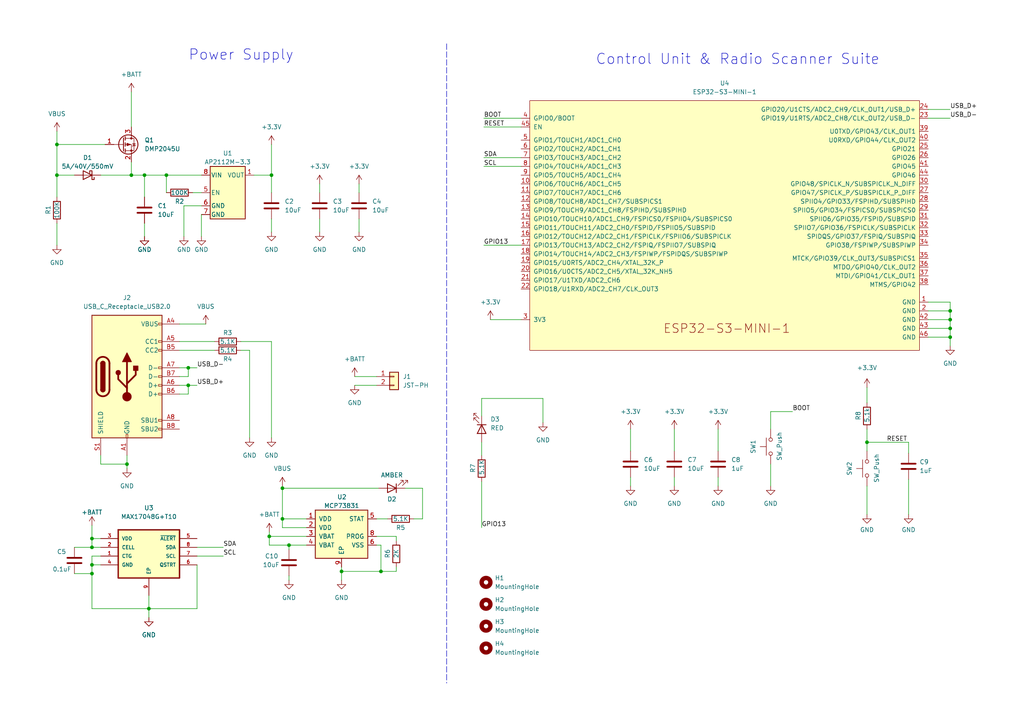
<source format=kicad_sch>
(kicad_sch (version 20211123) (generator eeschema)

  (uuid e1665dc3-0a35-467a-8806-5f1c293d1705)

  (paper "A4")

  (lib_symbols
    (symbol "Battery_Management:MCP73831-2-OT" (pin_names (offset 1.016)) (in_bom yes) (on_board yes)
      (property "Reference" "U2" (id 0) (at -1.27 8.89 0)
        (effects (font (size 1.27 1.27)) (justify left))
      )
      (property "Value" "MCP73831" (id 1) (at -5.08 6.35 0)
        (effects (font (size 1.27 1.27)) (justify left))
      )
      (property "Footprint" "MCP73831-MC:SON50P200X300X100-9N" (id 2) (at -17.78 22.86 0)
        (effects (font (size 1.27 1.27) italic) (justify left) hide)
      )
      (property "Datasheet" "http://ww1.microchip.com/downloads/en/DeviceDoc/20001984g.pdf" (id 3) (at 0 20.32 0)
        (effects (font (size 1.27 1.27)) hide)
      )
      (property "ki_keywords" "battery charger lithium" (id 4) (at 0 0 0)
        (effects (font (size 1.27 1.27)) hide)
      )
      (property "ki_description" "Single cell, Li-Ion/Li-Po charge management controller, 4.20V, Tri-State Status Output, in SOT23-5 package" (id 5) (at 0 0 0)
        (effects (font (size 1.27 1.27)) hide)
      )
      (property "ki_fp_filters" "SOT?23*" (id 6) (at 0 0 0)
        (effects (font (size 1.27 1.27)) hide)
      )
      (symbol "MCP73831-2-OT_0_1"
        (rectangle (start -7.62 5.08) (end 7.62 -8.89)
          (stroke (width 0.254) (type default) (color 0 0 0 0))
          (fill (type background))
        )
      )
      (symbol "MCP73831-2-OT_1_1"
        (pin power_in line (at -10.16 2.54 0) (length 2.54)
          (name "VDD" (effects (font (size 1.27 1.27))))
          (number "1" (effects (font (size 1.27 1.27))))
        )
        (pin power_in line (at -10.16 0 0) (length 2.54)
          (name "VDD" (effects (font (size 1.27 1.27))))
          (number "2" (effects (font (size 1.27 1.27))))
        )
        (pin power_out line (at -10.16 -2.54 0) (length 2.54)
          (name "VBAT" (effects (font (size 1.27 1.27))))
          (number "3" (effects (font (size 1.27 1.27))))
        )
        (pin power_out line (at -10.16 -5.08 0) (length 2.54)
          (name "VBAT" (effects (font (size 1.27 1.27))))
          (number "4" (effects (font (size 1.27 1.27))))
        )
        (pin output line (at 10.16 2.54 180) (length 2.54)
          (name "STAT" (effects (font (size 1.27 1.27))))
          (number "5" (effects (font (size 1.27 1.27))))
        )
        (pin power_in line (at 10.16 -5.08 180) (length 2.54)
          (name "VSS" (effects (font (size 1.27 1.27))))
          (number "6" (effects (font (size 1.27 1.27))))
        )
        (pin no_connect line (at 10.16 0 180) (length 2.54) hide
          (name "NC" (effects (font (size 1.27 1.27))))
          (number "7" (effects (font (size 1.27 1.27))))
        )
        (pin input line (at 10.16 -2.54 180) (length 2.54)
          (name "PROG" (effects (font (size 1.27 1.27))))
          (number "8" (effects (font (size 1.27 1.27))))
        )
        (pin power_in line (at 0 -11.43 90) (length 2.54)
          (name "EP" (effects (font (size 1.27 1.27))))
          (number "9" (effects (font (size 1.27 1.27))))
        )
      )
    )
    (symbol "Connector:USB_C_Receptacle_USB2.0" (pin_names (offset 1.016)) (in_bom yes) (on_board yes)
      (property "Reference" "J" (id 0) (at -10.16 19.05 0)
        (effects (font (size 1.27 1.27)) (justify left))
      )
      (property "Value" "USB_C_Receptacle_USB2.0" (id 1) (at 19.05 19.05 0)
        (effects (font (size 1.27 1.27)) (justify right))
      )
      (property "Footprint" "" (id 2) (at 3.81 0 0)
        (effects (font (size 1.27 1.27)) hide)
      )
      (property "Datasheet" "https://www.usb.org/sites/default/files/documents/usb_type-c.zip" (id 3) (at 3.81 0 0)
        (effects (font (size 1.27 1.27)) hide)
      )
      (property "ki_keywords" "usb universal serial bus type-C USB2.0" (id 4) (at 0 0 0)
        (effects (font (size 1.27 1.27)) hide)
      )
      (property "ki_description" "USB 2.0-only Type-C Receptacle connector" (id 5) (at 0 0 0)
        (effects (font (size 1.27 1.27)) hide)
      )
      (property "ki_fp_filters" "USB*C*Receptacle*" (id 6) (at 0 0 0)
        (effects (font (size 1.27 1.27)) hide)
      )
      (symbol "USB_C_Receptacle_USB2.0_0_0"
        (rectangle (start -0.254 -17.78) (end 0.254 -16.764)
          (stroke (width 0) (type default) (color 0 0 0 0))
          (fill (type none))
        )
        (rectangle (start 10.16 -14.986) (end 9.144 -15.494)
          (stroke (width 0) (type default) (color 0 0 0 0))
          (fill (type none))
        )
        (rectangle (start 10.16 -12.446) (end 9.144 -12.954)
          (stroke (width 0) (type default) (color 0 0 0 0))
          (fill (type none))
        )
        (rectangle (start 10.16 -4.826) (end 9.144 -5.334)
          (stroke (width 0) (type default) (color 0 0 0 0))
          (fill (type none))
        )
        (rectangle (start 10.16 -2.286) (end 9.144 -2.794)
          (stroke (width 0) (type default) (color 0 0 0 0))
          (fill (type none))
        )
        (rectangle (start 10.16 0.254) (end 9.144 -0.254)
          (stroke (width 0) (type default) (color 0 0 0 0))
          (fill (type none))
        )
        (rectangle (start 10.16 2.794) (end 9.144 2.286)
          (stroke (width 0) (type default) (color 0 0 0 0))
          (fill (type none))
        )
        (rectangle (start 10.16 7.874) (end 9.144 7.366)
          (stroke (width 0) (type default) (color 0 0 0 0))
          (fill (type none))
        )
        (rectangle (start 10.16 10.414) (end 9.144 9.906)
          (stroke (width 0) (type default) (color 0 0 0 0))
          (fill (type none))
        )
        (rectangle (start 10.16 15.494) (end 9.144 14.986)
          (stroke (width 0) (type default) (color 0 0 0 0))
          (fill (type none))
        )
      )
      (symbol "USB_C_Receptacle_USB2.0_0_1"
        (rectangle (start -10.16 17.78) (end 10.16 -17.78)
          (stroke (width 0.254) (type default) (color 0 0 0 0))
          (fill (type background))
        )
        (arc (start -8.89 -3.81) (mid -6.985 -5.715) (end -5.08 -3.81)
          (stroke (width 0.508) (type default) (color 0 0 0 0))
          (fill (type none))
        )
        (arc (start -7.62 -3.81) (mid -6.985 -4.445) (end -6.35 -3.81)
          (stroke (width 0.254) (type default) (color 0 0 0 0))
          (fill (type none))
        )
        (arc (start -7.62 -3.81) (mid -6.985 -4.445) (end -6.35 -3.81)
          (stroke (width 0.254) (type default) (color 0 0 0 0))
          (fill (type outline))
        )
        (rectangle (start -7.62 -3.81) (end -6.35 3.81)
          (stroke (width 0.254) (type default) (color 0 0 0 0))
          (fill (type outline))
        )
        (arc (start -6.35 3.81) (mid -6.985 4.445) (end -7.62 3.81)
          (stroke (width 0.254) (type default) (color 0 0 0 0))
          (fill (type none))
        )
        (arc (start -6.35 3.81) (mid -6.985 4.445) (end -7.62 3.81)
          (stroke (width 0.254) (type default) (color 0 0 0 0))
          (fill (type outline))
        )
        (arc (start -5.08 3.81) (mid -6.985 5.715) (end -8.89 3.81)
          (stroke (width 0.508) (type default) (color 0 0 0 0))
          (fill (type none))
        )
        (circle (center -2.54 1.143) (radius 0.635)
          (stroke (width 0.254) (type default) (color 0 0 0 0))
          (fill (type outline))
        )
        (circle (center 0 -5.842) (radius 1.27)
          (stroke (width 0) (type default) (color 0 0 0 0))
          (fill (type outline))
        )
        (polyline
          (pts
            (xy -8.89 -3.81)
            (xy -8.89 3.81)
          )
          (stroke (width 0.508) (type default) (color 0 0 0 0))
          (fill (type none))
        )
        (polyline
          (pts
            (xy -5.08 3.81)
            (xy -5.08 -3.81)
          )
          (stroke (width 0.508) (type default) (color 0 0 0 0))
          (fill (type none))
        )
        (polyline
          (pts
            (xy 0 -5.842)
            (xy 0 4.318)
          )
          (stroke (width 0.508) (type default) (color 0 0 0 0))
          (fill (type none))
        )
        (polyline
          (pts
            (xy 0 -3.302)
            (xy -2.54 -0.762)
            (xy -2.54 0.508)
          )
          (stroke (width 0.508) (type default) (color 0 0 0 0))
          (fill (type none))
        )
        (polyline
          (pts
            (xy 0 -2.032)
            (xy 2.54 0.508)
            (xy 2.54 1.778)
          )
          (stroke (width 0.508) (type default) (color 0 0 0 0))
          (fill (type none))
        )
        (polyline
          (pts
            (xy -1.27 4.318)
            (xy 0 6.858)
            (xy 1.27 4.318)
            (xy -1.27 4.318)
          )
          (stroke (width 0.254) (type default) (color 0 0 0 0))
          (fill (type outline))
        )
        (rectangle (start 1.905 1.778) (end 3.175 3.048)
          (stroke (width 0.254) (type default) (color 0 0 0 0))
          (fill (type outline))
        )
      )
      (symbol "USB_C_Receptacle_USB2.0_1_1"
        (pin passive line (at 0 -22.86 90) (length 5.08)
          (name "GND" (effects (font (size 1.27 1.27))))
          (number "A1" (effects (font (size 1.27 1.27))))
        )
        (pin passive line (at 0 -22.86 90) (length 5.08) hide
          (name "GND" (effects (font (size 1.27 1.27))))
          (number "A12" (effects (font (size 1.27 1.27))))
        )
        (pin passive line (at 15.24 15.24 180) (length 5.08)
          (name "VBUS" (effects (font (size 1.27 1.27))))
          (number "A4" (effects (font (size 1.27 1.27))))
        )
        (pin bidirectional line (at 15.24 10.16 180) (length 5.08)
          (name "CC1" (effects (font (size 1.27 1.27))))
          (number "A5" (effects (font (size 1.27 1.27))))
        )
        (pin bidirectional line (at 15.24 -2.54 180) (length 5.08)
          (name "D+" (effects (font (size 1.27 1.27))))
          (number "A6" (effects (font (size 1.27 1.27))))
        )
        (pin bidirectional line (at 15.24 2.54 180) (length 5.08)
          (name "D-" (effects (font (size 1.27 1.27))))
          (number "A7" (effects (font (size 1.27 1.27))))
        )
        (pin bidirectional line (at 15.24 -12.7 180) (length 5.08)
          (name "SBU1" (effects (font (size 1.27 1.27))))
          (number "A8" (effects (font (size 1.27 1.27))))
        )
        (pin passive line (at 15.24 15.24 180) (length 5.08) hide
          (name "VBUS" (effects (font (size 1.27 1.27))))
          (number "A9" (effects (font (size 1.27 1.27))))
        )
        (pin passive line (at 0 -22.86 90) (length 5.08) hide
          (name "GND" (effects (font (size 1.27 1.27))))
          (number "B1" (effects (font (size 1.27 1.27))))
        )
        (pin passive line (at 0 -22.86 90) (length 5.08) hide
          (name "GND" (effects (font (size 1.27 1.27))))
          (number "B12" (effects (font (size 1.27 1.27))))
        )
        (pin passive line (at 15.24 15.24 180) (length 5.08) hide
          (name "VBUS" (effects (font (size 1.27 1.27))))
          (number "B4" (effects (font (size 1.27 1.27))))
        )
        (pin bidirectional line (at 15.24 7.62 180) (length 5.08)
          (name "CC2" (effects (font (size 1.27 1.27))))
          (number "B5" (effects (font (size 1.27 1.27))))
        )
        (pin bidirectional line (at 15.24 -5.08 180) (length 5.08)
          (name "D+" (effects (font (size 1.27 1.27))))
          (number "B6" (effects (font (size 1.27 1.27))))
        )
        (pin bidirectional line (at 15.24 0 180) (length 5.08)
          (name "D-" (effects (font (size 1.27 1.27))))
          (number "B7" (effects (font (size 1.27 1.27))))
        )
        (pin bidirectional line (at 15.24 -15.24 180) (length 5.08)
          (name "SBU2" (effects (font (size 1.27 1.27))))
          (number "B8" (effects (font (size 1.27 1.27))))
        )
        (pin passive line (at 15.24 15.24 180) (length 5.08) hide
          (name "VBUS" (effects (font (size 1.27 1.27))))
          (number "B9" (effects (font (size 1.27 1.27))))
        )
        (pin passive line (at -7.62 -22.86 90) (length 5.08)
          (name "SHIELD" (effects (font (size 1.27 1.27))))
          (number "S1" (effects (font (size 1.27 1.27))))
        )
      )
    )
    (symbol "Connector_Generic:Conn_01x02" (pin_names (offset 1.016) hide) (in_bom yes) (on_board yes)
      (property "Reference" "J" (id 0) (at 0 2.54 0)
        (effects (font (size 1.27 1.27)))
      )
      (property "Value" "Conn_01x02" (id 1) (at 0 -5.08 0)
        (effects (font (size 1.27 1.27)))
      )
      (property "Footprint" "" (id 2) (at 0 0 0)
        (effects (font (size 1.27 1.27)) hide)
      )
      (property "Datasheet" "~" (id 3) (at 0 0 0)
        (effects (font (size 1.27 1.27)) hide)
      )
      (property "ki_keywords" "connector" (id 4) (at 0 0 0)
        (effects (font (size 1.27 1.27)) hide)
      )
      (property "ki_description" "Generic connector, single row, 01x02, script generated (kicad-library-utils/schlib/autogen/connector/)" (id 5) (at 0 0 0)
        (effects (font (size 1.27 1.27)) hide)
      )
      (property "ki_fp_filters" "Connector*:*_1x??_*" (id 6) (at 0 0 0)
        (effects (font (size 1.27 1.27)) hide)
      )
      (symbol "Conn_01x02_1_1"
        (rectangle (start -1.27 -2.413) (end 0 -2.667)
          (stroke (width 0.1524) (type default) (color 0 0 0 0))
          (fill (type none))
        )
        (rectangle (start -1.27 0.127) (end 0 -0.127)
          (stroke (width 0.1524) (type default) (color 0 0 0 0))
          (fill (type none))
        )
        (rectangle (start -1.27 1.27) (end 1.27 -3.81)
          (stroke (width 0.254) (type default) (color 0 0 0 0))
          (fill (type background))
        )
        (pin passive line (at -5.08 0 0) (length 3.81)
          (name "Pin_1" (effects (font (size 1.27 1.27))))
          (number "1" (effects (font (size 1.27 1.27))))
        )
        (pin passive line (at -5.08 -2.54 0) (length 3.81)
          (name "Pin_2" (effects (font (size 1.27 1.27))))
          (number "2" (effects (font (size 1.27 1.27))))
        )
      )
    )
    (symbol "Device:C" (pin_numbers hide) (pin_names (offset 0.254)) (in_bom yes) (on_board yes)
      (property "Reference" "C" (id 0) (at 0.635 2.54 0)
        (effects (font (size 1.27 1.27)) (justify left))
      )
      (property "Value" "C" (id 1) (at 0.635 -2.54 0)
        (effects (font (size 1.27 1.27)) (justify left))
      )
      (property "Footprint" "" (id 2) (at 0.9652 -3.81 0)
        (effects (font (size 1.27 1.27)) hide)
      )
      (property "Datasheet" "~" (id 3) (at 0 0 0)
        (effects (font (size 1.27 1.27)) hide)
      )
      (property "ki_keywords" "cap capacitor" (id 4) (at 0 0 0)
        (effects (font (size 1.27 1.27)) hide)
      )
      (property "ki_description" "Unpolarized capacitor" (id 5) (at 0 0 0)
        (effects (font (size 1.27 1.27)) hide)
      )
      (property "ki_fp_filters" "C_*" (id 6) (at 0 0 0)
        (effects (font (size 1.27 1.27)) hide)
      )
      (symbol "C_0_1"
        (polyline
          (pts
            (xy -2.032 -0.762)
            (xy 2.032 -0.762)
          )
          (stroke (width 0.508) (type default) (color 0 0 0 0))
          (fill (type none))
        )
        (polyline
          (pts
            (xy -2.032 0.762)
            (xy 2.032 0.762)
          )
          (stroke (width 0.508) (type default) (color 0 0 0 0))
          (fill (type none))
        )
      )
      (symbol "C_1_1"
        (pin passive line (at 0 3.81 270) (length 2.794)
          (name "~" (effects (font (size 1.27 1.27))))
          (number "1" (effects (font (size 1.27 1.27))))
        )
        (pin passive line (at 0 -3.81 90) (length 2.794)
          (name "~" (effects (font (size 1.27 1.27))))
          (number "2" (effects (font (size 1.27 1.27))))
        )
      )
    )
    (symbol "Device:LED" (pin_numbers hide) (pin_names (offset 1.016) hide) (in_bom yes) (on_board yes)
      (property "Reference" "D" (id 0) (at 0 2.54 0)
        (effects (font (size 1.27 1.27)))
      )
      (property "Value" "LED" (id 1) (at 0 -2.54 0)
        (effects (font (size 1.27 1.27)))
      )
      (property "Footprint" "" (id 2) (at 0 0 0)
        (effects (font (size 1.27 1.27)) hide)
      )
      (property "Datasheet" "~" (id 3) (at 0 0 0)
        (effects (font (size 1.27 1.27)) hide)
      )
      (property "ki_keywords" "LED diode" (id 4) (at 0 0 0)
        (effects (font (size 1.27 1.27)) hide)
      )
      (property "ki_description" "Light emitting diode" (id 5) (at 0 0 0)
        (effects (font (size 1.27 1.27)) hide)
      )
      (property "ki_fp_filters" "LED* LED_SMD:* LED_THT:*" (id 6) (at 0 0 0)
        (effects (font (size 1.27 1.27)) hide)
      )
      (symbol "LED_0_1"
        (polyline
          (pts
            (xy -1.27 -1.27)
            (xy -1.27 1.27)
          )
          (stroke (width 0.254) (type default) (color 0 0 0 0))
          (fill (type none))
        )
        (polyline
          (pts
            (xy -1.27 0)
            (xy 1.27 0)
          )
          (stroke (width 0) (type default) (color 0 0 0 0))
          (fill (type none))
        )
        (polyline
          (pts
            (xy 1.27 -1.27)
            (xy 1.27 1.27)
            (xy -1.27 0)
            (xy 1.27 -1.27)
          )
          (stroke (width 0.254) (type default) (color 0 0 0 0))
          (fill (type none))
        )
        (polyline
          (pts
            (xy -3.048 -0.762)
            (xy -4.572 -2.286)
            (xy -3.81 -2.286)
            (xy -4.572 -2.286)
            (xy -4.572 -1.524)
          )
          (stroke (width 0) (type default) (color 0 0 0 0))
          (fill (type none))
        )
        (polyline
          (pts
            (xy -1.778 -0.762)
            (xy -3.302 -2.286)
            (xy -2.54 -2.286)
            (xy -3.302 -2.286)
            (xy -3.302 -1.524)
          )
          (stroke (width 0) (type default) (color 0 0 0 0))
          (fill (type none))
        )
      )
      (symbol "LED_1_1"
        (pin passive line (at -3.81 0 0) (length 2.54)
          (name "K" (effects (font (size 1.27 1.27))))
          (number "1" (effects (font (size 1.27 1.27))))
        )
        (pin passive line (at 3.81 0 180) (length 2.54)
          (name "A" (effects (font (size 1.27 1.27))))
          (number "2" (effects (font (size 1.27 1.27))))
        )
      )
    )
    (symbol "Device:R" (pin_numbers hide) (pin_names (offset 0)) (in_bom yes) (on_board yes)
      (property "Reference" "R" (id 0) (at 2.032 0 90)
        (effects (font (size 1.27 1.27)))
      )
      (property "Value" "R" (id 1) (at 0 0 90)
        (effects (font (size 1.27 1.27)))
      )
      (property "Footprint" "" (id 2) (at -1.778 0 90)
        (effects (font (size 1.27 1.27)) hide)
      )
      (property "Datasheet" "~" (id 3) (at 0 0 0)
        (effects (font (size 1.27 1.27)) hide)
      )
      (property "ki_keywords" "R res resistor" (id 4) (at 0 0 0)
        (effects (font (size 1.27 1.27)) hide)
      )
      (property "ki_description" "Resistor" (id 5) (at 0 0 0)
        (effects (font (size 1.27 1.27)) hide)
      )
      (property "ki_fp_filters" "R_*" (id 6) (at 0 0 0)
        (effects (font (size 1.27 1.27)) hide)
      )
      (symbol "R_0_1"
        (rectangle (start -1.016 -2.54) (end 1.016 2.54)
          (stroke (width 0.254) (type default) (color 0 0 0 0))
          (fill (type none))
        )
      )
      (symbol "R_1_1"
        (pin passive line (at 0 3.81 270) (length 1.27)
          (name "~" (effects (font (size 1.27 1.27))))
          (number "1" (effects (font (size 1.27 1.27))))
        )
        (pin passive line (at 0 -3.81 90) (length 1.27)
          (name "~" (effects (font (size 1.27 1.27))))
          (number "2" (effects (font (size 1.27 1.27))))
        )
      )
    )
    (symbol "Diode:MBR0540" (pin_numbers hide) (pin_names (offset 1.016) hide) (in_bom yes) (on_board yes)
      (property "Reference" "D1" (id 0) (at 0.3175 -6.35 0)
        (effects (font (size 1.27 1.27)))
      )
      (property "Value" "MBR540" (id 1) (at 0.3175 -3.81 0)
        (effects (font (size 1.27 1.27)))
      )
      (property "Footprint" "Package_SO:ONSemi_SO-8FL_488AA" (id 2) (at 0 4.445 0)
        (effects (font (size 1.27 1.27)) hide)
      )
      (property "Datasheet" "https://www.mouser.com/datasheet/2/308/MBR540MFS_D-1810875.pdf" (id 3) (at 0 0 0)
        (effects (font (size 1.27 1.27)) hide)
      )
      (property "ki_keywords" "diode Schottky" (id 4) (at 0 0 0)
        (effects (font (size 1.27 1.27)) hide)
      )
      (property "ki_description" "40V 5A Schottky Power Rectifier Diode, SO-8-FL4" (id 5) (at 0 0 0)
        (effects (font (size 1.27 1.27)) hide)
      )
      (property "ki_fp_filters" "D*SOD?123*" (id 6) (at 0 0 0)
        (effects (font (size 1.27 1.27)) hide)
      )
      (symbol "MBR0540_0_1"
        (polyline
          (pts
            (xy 1.27 0)
            (xy -1.27 0)
          )
          (stroke (width 0) (type default) (color 0 0 0 0))
          (fill (type none))
        )
        (polyline
          (pts
            (xy 1.27 1.27)
            (xy 1.27 -1.27)
            (xy -1.27 0)
            (xy 1.27 1.27)
          )
          (stroke (width 0.254) (type default) (color 0 0 0 0))
          (fill (type none))
        )
        (polyline
          (pts
            (xy -1.905 0.635)
            (xy -1.905 1.27)
            (xy -1.27 1.27)
            (xy -1.27 -1.27)
            (xy -0.635 -1.27)
            (xy -0.635 -0.635)
          )
          (stroke (width 0.254) (type default) (color 0 0 0 0))
          (fill (type none))
        )
      )
      (symbol "MBR0540_1_1"
        (pin passive line (at -3.81 0 0) (length 2.54)
          (name "K" (effects (font (size 1.27 1.27))))
          (number "1" (effects (font (size 1.27 1.27))))
        )
        (pin passive line (at 3.81 0 180) (length 2.54)
          (name "A" (effects (font (size 1.27 1.27))))
          (number "2" (effects (font (size 1.27 1.27))))
        )
      )
    )
    (symbol "ESP32:ESP32-S3-MINI-1" (pin_names (offset 1.016)) (in_bom yes) (on_board yes)
      (property "Reference" "U" (id 0) (at 0 35.56 0)
        (effects (font (size 1.27 1.27)))
      )
      (property "Value" "ESP32-S3-MINI-1" (id 1) (at 0 -39.37 0)
        (effects (font (size 1.27 1.27)))
      )
      (property "Footprint" "Espressif:ESP32-S3-MINI-1" (id 2) (at 0 -41.91 0)
        (effects (font (size 1.27 1.27)) hide)
      )
      (property "Datasheet" "https://www.espressif.com/sites/default/files/documentation/esp32-s3-mini-1_mini-1u_datasheet_en.pdf" (id 3) (at 0 -44.45 0)
        (effects (font (size 1.27 1.27)) hide)
      )
      (property "ki_description" "Smallsized module supporting 2.4 GHz WiFi (802.11 b/g/n) and Bluetooth ® 5 (LE) Built around ESP32S3 series of SoCs, Xtensa ® dualcore 32bit LX7 microprocessor Flash up to 8 MB, optional 2 MB PSRAM in chip package 39 GPIOs, rich set of peripherals Onboard PCB antenna or external antenna connector" (id 4) (at 0 0 0)
        (effects (font (size 1.27 1.27)) hide)
      )
      (symbol "ESP32-S3-MINI-1_0_0"
        (rectangle (start -57.15 34.29) (end 55.88 -38.1)
          (stroke (width 0) (type default) (color 0 0 0 0))
          (fill (type background))
        )
        (text "ESP32-S3-MINI-1" (at 0 -31.75 0)
          (effects (font (size 2.54 2.54)))
        )
        (pin power_in line (at 58.42 -24.13 180) (length 2.54)
          (name "GND" (effects (font (size 1.27 1.27))))
          (number "1" (effects (font (size 1.27 1.27))))
        )
        (pin bidirectional line (at -59.69 10.16 0) (length 2.54)
          (name "GPIO6/TOUCH6/ADC1_CH5" (effects (font (size 1.27 1.27))))
          (number "10" (effects (font (size 1.27 1.27))))
        )
        (pin bidirectional line (at -59.69 7.62 0) (length 2.54)
          (name "GPIO7/TOUCH7/ADC1_CH6" (effects (font (size 1.27 1.27))))
          (number "11" (effects (font (size 1.27 1.27))))
        )
        (pin bidirectional line (at -59.69 5.08 0) (length 2.54)
          (name "GPIO8/TOUCH8/ADC1_CH7/SUBSPICS1" (effects (font (size 1.27 1.27))))
          (number "12" (effects (font (size 1.27 1.27))))
        )
        (pin bidirectional line (at -59.69 2.54 0) (length 2.54)
          (name "GPIO9/TOUCH9/ADC1_CH8/FSPIHD/SUBSPIHD" (effects (font (size 1.27 1.27))))
          (number "13" (effects (font (size 1.27 1.27))))
        )
        (pin bidirectional line (at -59.69 0 0) (length 2.54)
          (name "GPIO10/TOUCH10/ADC1_CH9/FSPICS0/FSPIIO4/SUBSPICS0" (effects (font (size 1.27 1.27))))
          (number "14" (effects (font (size 1.27 1.27))))
        )
        (pin bidirectional line (at -59.69 -2.54 0) (length 2.54)
          (name "GPIO11/TOUCH11/ADC2_CH0/FSPID/FSPIIO5/SUBSPID" (effects (font (size 1.27 1.27))))
          (number "15" (effects (font (size 1.27 1.27))))
        )
        (pin bidirectional line (at -59.69 -5.08 0) (length 2.54)
          (name "GPIO12/TOUCH12/ADC2_CH1/FSPICLK/FSPIIO6/SUBSPICLK" (effects (font (size 1.27 1.27))))
          (number "16" (effects (font (size 1.27 1.27))))
        )
        (pin bidirectional line (at -59.69 -7.62 0) (length 2.54)
          (name "GPIO13/TOUCH13/ADC2_CH2/FSPIQ/FSPIIO7/SUBSPIQ" (effects (font (size 1.27 1.27))))
          (number "17" (effects (font (size 1.27 1.27))))
        )
        (pin bidirectional line (at -59.69 -10.16 0) (length 2.54)
          (name "GPIO14/TOUCH14/ADC2_CH3/FSPIWP/FSPIDQS/SUBSPIWP" (effects (font (size 1.27 1.27))))
          (number "18" (effects (font (size 1.27 1.27))))
        )
        (pin bidirectional line (at -59.69 -12.7 0) (length 2.54)
          (name "GPIO15/U0RTS/ADC2_CH4/XTAL_32K_P" (effects (font (size 1.27 1.27))))
          (number "19" (effects (font (size 1.27 1.27))))
        )
        (pin power_in line (at 58.42 -26.67 180) (length 2.54)
          (name "GND" (effects (font (size 1.27 1.27))))
          (number "2" (effects (font (size 1.27 1.27))))
        )
        (pin bidirectional line (at -59.69 -15.24 0) (length 2.54)
          (name "GPIO16/U0CTS/ADC2_CH5/XTAL_32K_NH5" (effects (font (size 1.27 1.27))))
          (number "20" (effects (font (size 1.27 1.27))))
        )
        (pin bidirectional line (at -59.69 -17.78 0) (length 2.54)
          (name "GPIO17/U1TXD/ADC2_CH6" (effects (font (size 1.27 1.27))))
          (number "21" (effects (font (size 1.27 1.27))))
        )
        (pin bidirectional line (at -59.69 -20.32 0) (length 2.54)
          (name "GPIO18/U1RXD/ADC2_CH7/CLK_OUT3" (effects (font (size 1.27 1.27))))
          (number "22" (effects (font (size 1.27 1.27))))
        )
        (pin bidirectional line (at 58.42 29.21 180) (length 2.54)
          (name "GPIO19/U1RTS/ADC2_CH8/CLK_OUT2/USB_D-" (effects (font (size 1.27 1.27))))
          (number "23" (effects (font (size 1.27 1.27))))
        )
        (pin bidirectional line (at 58.42 31.75 180) (length 2.54)
          (name "GPIO20/U1CTS/ADC2_CH9/CLK_OUT1/USB_D+" (effects (font (size 1.27 1.27))))
          (number "24" (effects (font (size 1.27 1.27))))
        )
        (pin bidirectional line (at 58.42 20.32 180) (length 2.54)
          (name "GPIO21" (effects (font (size 1.27 1.27))))
          (number "25" (effects (font (size 1.27 1.27))))
        )
        (pin bidirectional line (at 58.42 17.78 180) (length 2.54)
          (name "GPIO26" (effects (font (size 1.27 1.27))))
          (number "26" (effects (font (size 1.27 1.27))))
        )
        (pin bidirectional line (at 58.42 7.62 180) (length 2.54)
          (name "GPIO47/SPICLK_P/SUBSPICLK_P_DIFF" (effects (font (size 1.27 1.27))))
          (number "27" (effects (font (size 1.27 1.27))))
        )
        (pin bidirectional line (at 58.42 5.08 180) (length 2.54)
          (name "SPIIO4/GPIO33/FSPIHD/SUBSPIHD" (effects (font (size 1.27 1.27))))
          (number "28" (effects (font (size 1.27 1.27))))
        )
        (pin bidirectional line (at 58.42 2.54 180) (length 2.54)
          (name "SPIIO5/GPIO34/FSPICS0/SUBSPICS0" (effects (font (size 1.27 1.27))))
          (number "29" (effects (font (size 1.27 1.27))))
        )
        (pin power_in line (at -59.69 -29.21 0) (length 2.54)
          (name "3V3" (effects (font (size 1.27 1.27))))
          (number "3" (effects (font (size 1.27 1.27))))
        )
        (pin bidirectional line (at 58.42 10.16 180) (length 2.54)
          (name "GPIO48/SPICLK_N/SUBSPICLK_N_DIFF" (effects (font (size 1.27 1.27))))
          (number "30" (effects (font (size 1.27 1.27))))
        )
        (pin bidirectional line (at 58.42 0 180) (length 2.54)
          (name "SPIIO6/GPIO35/FSPID/SUBSPID" (effects (font (size 1.27 1.27))))
          (number "31" (effects (font (size 1.27 1.27))))
        )
        (pin bidirectional line (at 58.42 -2.54 180) (length 2.54)
          (name "SPIIO7/GPIO36/FSPICLK/SUBSPICLK" (effects (font (size 1.27 1.27))))
          (number "32" (effects (font (size 1.27 1.27))))
        )
        (pin bidirectional line (at 58.42 -5.08 180) (length 2.54)
          (name "SPIDQS/GPIO37/FSPIQ/SUBSPIQ" (effects (font (size 1.27 1.27))))
          (number "33" (effects (font (size 1.27 1.27))))
        )
        (pin bidirectional line (at 58.42 -7.62 180) (length 2.54)
          (name "GPIO38/FSPIWP/SUBSPIWP" (effects (font (size 1.27 1.27))))
          (number "34" (effects (font (size 1.27 1.27))))
        )
        (pin bidirectional line (at 58.42 -11.43 180) (length 2.54)
          (name "MTCK/GPIO39/CLK_OUT3/SUBSPICS1" (effects (font (size 1.27 1.27))))
          (number "35" (effects (font (size 1.27 1.27))))
        )
        (pin bidirectional line (at 58.42 -13.97 180) (length 2.54)
          (name "MTDO/GPIO40/CLK_OUT2" (effects (font (size 1.27 1.27))))
          (number "36" (effects (font (size 1.27 1.27))))
        )
        (pin bidirectional line (at 58.42 -16.51 180) (length 2.54)
          (name "MTDI/GPIO41/CLK_OUT1" (effects (font (size 1.27 1.27))))
          (number "37" (effects (font (size 1.27 1.27))))
        )
        (pin bidirectional line (at 58.42 -19.05 180) (length 2.54)
          (name "MTMS/GPIO42" (effects (font (size 1.27 1.27))))
          (number "38" (effects (font (size 1.27 1.27))))
        )
        (pin bidirectional line (at 58.42 25.4 180) (length 2.54)
          (name "U0TXD/GPIO43/CLK_OUT1" (effects (font (size 1.27 1.27))))
          (number "39" (effects (font (size 1.27 1.27))))
        )
        (pin bidirectional line (at -59.69 29.21 0) (length 2.54)
          (name "GPIO0/BOOT" (effects (font (size 1.27 1.27))))
          (number "4" (effects (font (size 1.27 1.27))))
        )
        (pin bidirectional line (at 58.42 22.86 180) (length 2.54)
          (name "U0RXD/GPIO44/CLK_OUT2" (effects (font (size 1.27 1.27))))
          (number "40" (effects (font (size 1.27 1.27))))
        )
        (pin bidirectional line (at 58.42 15.24 180) (length 2.54)
          (name "GPIO45" (effects (font (size 1.27 1.27))))
          (number "41" (effects (font (size 1.27 1.27))))
        )
        (pin power_in line (at 58.42 -29.21 180) (length 2.54)
          (name "GND" (effects (font (size 1.27 1.27))))
          (number "42" (effects (font (size 1.27 1.27))))
        )
        (pin power_in line (at 58.42 -31.75 180) (length 2.54)
          (name "GND" (effects (font (size 1.27 1.27))))
          (number "43" (effects (font (size 1.27 1.27))))
        )
        (pin bidirectional line (at 58.42 12.7 180) (length 2.54)
          (name "GPIO46" (effects (font (size 1.27 1.27))))
          (number "44" (effects (font (size 1.27 1.27))))
        )
        (pin input line (at -59.69 26.67 0) (length 2.54)
          (name "EN" (effects (font (size 1.27 1.27))))
          (number "45" (effects (font (size 1.27 1.27))))
        )
        (pin power_in line (at 58.42 -34.29 180) (length 2.54)
          (name "GND" (effects (font (size 1.27 1.27))))
          (number "46" (effects (font (size 1.27 1.27))))
        )
        (pin bidirectional line (at -59.69 22.86 0) (length 2.54)
          (name "GPIO1/TOUCH1/ADC1_CH0" (effects (font (size 1.27 1.27))))
          (number "5" (effects (font (size 1.27 1.27))))
        )
        (pin bidirectional line (at -59.69 20.32 0) (length 2.54)
          (name "GPIO2/TOUCH2/ADC1_CH1" (effects (font (size 1.27 1.27))))
          (number "6" (effects (font (size 1.27 1.27))))
        )
        (pin bidirectional line (at -59.69 17.78 0) (length 2.54)
          (name "GPIO3/TOUCH3/ADC1_CH2" (effects (font (size 1.27 1.27))))
          (number "7" (effects (font (size 1.27 1.27))))
        )
        (pin bidirectional line (at -59.69 15.24 0) (length 2.54)
          (name "GPIO4/TOUCH4/ADC1_CH3" (effects (font (size 1.27 1.27))))
          (number "8" (effects (font (size 1.27 1.27))))
        )
        (pin bidirectional line (at -59.69 12.7 0) (length 2.54)
          (name "GPIO5/TOUCH5/ADC1_CH4" (effects (font (size 1.27 1.27))))
          (number "9" (effects (font (size 1.27 1.27))))
        )
      )
    )
    (symbol "MAX17048G_T10:MAX17048G+T10" (pin_names (offset 1.016)) (in_bom yes) (on_board yes)
      (property "Reference" "U3" (id 0) (at 0 13.97 0)
        (effects (font (size 1.27 1.27)))
      )
      (property "Value" "MAX17048G+T10" (id 1) (at 0 11.43 0)
        (effects (font (size 1.27 1.27)))
      )
      (property "Footprint" "SON50P200X200X80-9N" (id 2) (at -12.7 15.24 0)
        (effects (font (size 1.27 1.27)) (justify left bottom) hide)
      )
      (property "Datasheet" "" (id 3) (at -3.81 -7.62 0)
        (effects (font (size 1.27 1.27)) (justify left bottom) hide)
      )
      (property "ki_locked" "" (id 4) (at 0 0 0)
        (effects (font (size 1.27 1.27)))
      )
      (symbol "MAX17048G+T10_0_0"
        (rectangle (start -8.89 7.62) (end 8.89 -6.35)
          (stroke (width 0.4064) (type default) (color 0 0 0 0))
          (fill (type background))
        )
        (pin power_in line (at -13.97 0 0) (length 5.08)
          (name "CTG" (effects (font (size 1.016 1.016))))
          (number "1" (effects (font (size 1.016 1.016))))
        )
        (pin power_in line (at -13.97 2.54 0) (length 5.08)
          (name "CELL" (effects (font (size 1.016 1.016))))
          (number "2" (effects (font (size 1.016 1.016))))
        )
        (pin power_in line (at -13.97 5.08 0) (length 5.08)
          (name "VDD" (effects (font (size 1.016 1.016))))
          (number "3" (effects (font (size 1.016 1.016))))
        )
        (pin power_in line (at -13.97 -2.54 0) (length 5.08)
          (name "GND" (effects (font (size 1.016 1.016))))
          (number "4" (effects (font (size 1.016 1.016))))
        )
        (pin output line (at 13.97 5.08 180) (length 5.08)
          (name "~{ALERT}" (effects (font (size 1.016 1.016))))
          (number "5" (effects (font (size 1.016 1.016))))
        )
        (pin input line (at 13.97 -2.54 180) (length 5.08)
          (name "QSTRT" (effects (font (size 1.016 1.016))))
          (number "6" (effects (font (size 1.016 1.016))))
        )
        (pin input line (at 13.97 0 180) (length 5.08)
          (name "SCL" (effects (font (size 1.016 1.016))))
          (number "7" (effects (font (size 1.016 1.016))))
        )
        (pin bidirectional line (at 13.97 2.54 180) (length 5.08)
          (name "SDA" (effects (font (size 1.016 1.016))))
          (number "8" (effects (font (size 1.016 1.016))))
        )
        (pin power_in line (at 0 -11.43 90) (length 5.08)
          (name "EP" (effects (font (size 1.016 1.016))))
          (number "9" (effects (font (size 1.016 1.016))))
        )
      )
    )
    (symbol "Mechanical:MountingHole" (pin_names (offset 1.016)) (in_bom yes) (on_board yes)
      (property "Reference" "H" (id 0) (at 0 5.08 0)
        (effects (font (size 1.27 1.27)))
      )
      (property "Value" "MountingHole" (id 1) (at 0 3.175 0)
        (effects (font (size 1.27 1.27)))
      )
      (property "Footprint" "" (id 2) (at 0 0 0)
        (effects (font (size 1.27 1.27)) hide)
      )
      (property "Datasheet" "~" (id 3) (at 0 0 0)
        (effects (font (size 1.27 1.27)) hide)
      )
      (property "ki_keywords" "mounting hole" (id 4) (at 0 0 0)
        (effects (font (size 1.27 1.27)) hide)
      )
      (property "ki_description" "Mounting Hole without connection" (id 5) (at 0 0 0)
        (effects (font (size 1.27 1.27)) hide)
      )
      (property "ki_fp_filters" "MountingHole*" (id 6) (at 0 0 0)
        (effects (font (size 1.27 1.27)) hide)
      )
      (symbol "MountingHole_0_1"
        (circle (center 0 0) (radius 1.27)
          (stroke (width 1.27) (type default) (color 0 0 0 0))
          (fill (type none))
        )
      )
    )
    (symbol "Regulator_Linear:AP2112K-3.3" (pin_names (offset 0.254)) (in_bom yes) (on_board yes)
      (property "Reference" "U1" (id 0) (at 0 10.16 0)
        (effects (font (size 1.27 1.27)))
      )
      (property "Value" "AP2112M-3.3" (id 1) (at 0 7.62 0)
        (effects (font (size 1.27 1.27)))
      )
      (property "Footprint" "Package_SO:Diodes_SO-8EP" (id 2) (at 0 12.7 0)
        (effects (font (size 1.27 1.27)) hide)
      )
      (property "Datasheet" "https://www.diodes.com/assets/Datasheets/AP2112.pdf" (id 3) (at 3.81 -11.43 0)
        (effects (font (size 1.27 1.27)) hide)
      )
      (property "ki_keywords" "linear regulator ldo fixed positive" (id 4) (at 0 0 0)
        (effects (font (size 1.27 1.27)) hide)
      )
      (property "ki_description" "600mA low dropout linear regulator, with enable pin, 3.8V-6V input voltage range, 3.3V fixed positive output, SOT-23-5" (id 5) (at 0 0 0)
        (effects (font (size 1.27 1.27)) hide)
      )
      (property "ki_fp_filters" "SOT?23?5*" (id 6) (at 0 0 0)
        (effects (font (size 1.27 1.27)) hide)
      )
      (symbol "AP2112K-3.3_0_1"
        (rectangle (start -5.08 6.35) (end 5.08 -8.89)
          (stroke (width 0.254) (type default) (color 0 0 0 0))
          (fill (type background))
        )
      )
      (symbol "AP2112K-3.3_1_1"
        (pin power_out line (at 7.62 3.81 180) (length 2.54)
          (name "VOUT" (effects (font (size 1.27 1.27))))
          (number "1" (effects (font (size 1.27 1.27))))
        )
        (pin no_connect line (at 7.62 0 180) (length 2.54) hide
          (name "NC" (effects (font (size 1.27 1.27))))
          (number "2" (effects (font (size 1.27 1.27))))
        )
        (pin no_connect line (at 7.62 -3.81 180) (length 2.54) hide
          (name "NC" (effects (font (size 1.27 1.27))))
          (number "3" (effects (font (size 1.27 1.27))))
        )
        (pin no_connect line (at 7.62 -7.62 180) (length 2.54) hide
          (name "NC" (effects (font (size 1.27 1.27))))
          (number "4" (effects (font (size 1.27 1.27))))
        )
        (pin input line (at -7.62 -1.27 0) (length 2.54)
          (name "EN" (effects (font (size 1.27 1.27))))
          (number "5" (effects (font (size 1.27 1.27))))
        )
        (pin power_in line (at -7.62 -5.08 0) (length 2.54)
          (name "GND" (effects (font (size 1.27 1.27))))
          (number "6" (effects (font (size 1.27 1.27))))
        )
        (pin power_in line (at -7.62 -5.08 0) (length 2.54)
          (name "GND" (effects (font (size 1.27 1.27))))
          (number "6" (effects (font (size 1.27 1.27))))
        )
        (pin power_in line (at -7.62 -7.62 0) (length 2.54)
          (name "GND" (effects (font (size 1.27 1.27))))
          (number "7" (effects (font (size 1.27 1.27))))
        )
        (pin power_in line (at -7.62 -7.62 0) (length 2.54)
          (name "GND" (effects (font (size 1.27 1.27))))
          (number "7" (effects (font (size 1.27 1.27))))
        )
        (pin power_in line (at -7.62 3.81 0) (length 2.54)
          (name "VIN" (effects (font (size 1.27 1.27))))
          (number "8" (effects (font (size 1.27 1.27))))
        )
        (pin power_in line (at -7.62 3.81 0) (length 2.54)
          (name "VIN" (effects (font (size 1.27 1.27))))
          (number "8" (effects (font (size 1.27 1.27))))
        )
      )
    )
    (symbol "SW_Push_1" (pin_numbers hide) (pin_names (offset 1.016) hide) (in_bom yes) (on_board yes)
      (property "Reference" "SW1" (id 0) (at 1.27 1.2701 90)
        (effects (font (size 1.27 1.27)) (justify right))
      )
      (property "Value" "SW_Push_1" (id 1) (at 1.27 -1.2699 90)
        (effects (font (size 1.27 1.27)) (justify right))
      )
      (property "Footprint" "Push_Button:SW_TS04-66-65-BK-160-SMT" (id 2) (at -5.08 0 0)
        (effects (font (size 1.27 1.27)) hide)
      )
      (property "Datasheet" "~" (id 3) (at -5.08 0 0)
        (effects (font (size 1.27 1.27)) hide)
      )
      (property "ki_keywords" "switch normally-open pushbutton push-button" (id 4) (at 0 0 0)
        (effects (font (size 1.27 1.27)) hide)
      )
      (property "ki_description" "Push button switch, generic, two pins" (id 5) (at 0 0 0)
        (effects (font (size 1.27 1.27)) hide)
      )
      (symbol "SW_Push_1_0_1"
        (circle (center -2.032 0) (radius 0.508)
          (stroke (width 0) (type default) (color 0 0 0 0))
          (fill (type none))
        )
        (polyline
          (pts
            (xy 0 1.27)
            (xy 0 3.048)
          )
          (stroke (width 0) (type default) (color 0 0 0 0))
          (fill (type none))
        )
        (polyline
          (pts
            (xy 2.54 1.27)
            (xy -2.54 1.27)
          )
          (stroke (width 0) (type default) (color 0 0 0 0))
          (fill (type none))
        )
        (circle (center 2.032 0) (radius 0.508)
          (stroke (width 0) (type default) (color 0 0 0 0))
          (fill (type none))
        )
        (pin passive line (at -5.08 0 0) (length 2.54)
          (name "1" (effects (font (size 1.27 1.27))))
          (number "1" (effects (font (size 1.27 1.27))))
        )
        (pin passive line (at 5.08 0 180) (length 2.54)
          (name "2" (effects (font (size 1.27 1.27))))
          (number "2" (effects (font (size 1.27 1.27))))
        )
      )
      (symbol "SW_Push_1_1_1"
        (pin no_connect line (at -7.62 -3.81 180) (length 2.54) hide
          (name "NC" (effects (font (size 1.27 1.27))))
          (number "3" (effects (font (size 1.27 1.27))))
        )
        (pin no_connect line (at 5.08 -3.81 180) (length 2.54) hide
          (name "NC" (effects (font (size 1.27 1.27))))
          (number "4" (effects (font (size 1.27 1.27))))
        )
      )
    )
    (symbol "Switch:SW_Push" (pin_numbers hide) (pin_names (offset 1.016) hide) (in_bom yes) (on_board yes)
      (property "Reference" "SW2" (id 0) (at -5.08 1.905 0)
        (effects (font (size 1.27 1.27)) (justify right))
      )
      (property "Value" "SW_Push" (id 1) (at 2.54 4.445 0)
        (effects (font (size 1.27 1.27)) (justify right))
      )
      (property "Footprint" "Push_Button:SW_TS04-66-65-BK-160-SMT" (id 2) (at -5.08 0 0)
        (effects (font (size 1.27 1.27)) hide)
      )
      (property "Datasheet" "~" (id 3) (at -5.08 0 0)
        (effects (font (size 1.27 1.27)) hide)
      )
      (property "ki_keywords" "switch normally-open pushbutton push-button" (id 4) (at 0 0 0)
        (effects (font (size 1.27 1.27)) hide)
      )
      (property "ki_description" "Push button switch, generic, two pins" (id 5) (at 0 0 0)
        (effects (font (size 1.27 1.27)) hide)
      )
      (symbol "SW_Push_0_1"
        (circle (center -2.032 0) (radius 0.508)
          (stroke (width 0) (type default) (color 0 0 0 0))
          (fill (type none))
        )
        (polyline
          (pts
            (xy 0 1.27)
            (xy 0 3.048)
          )
          (stroke (width 0) (type default) (color 0 0 0 0))
          (fill (type none))
        )
        (polyline
          (pts
            (xy 2.54 1.27)
            (xy -2.54 1.27)
          )
          (stroke (width 0) (type default) (color 0 0 0 0))
          (fill (type none))
        )
        (circle (center 2.032 0) (radius 0.508)
          (stroke (width 0) (type default) (color 0 0 0 0))
          (fill (type none))
        )
        (pin passive line (at -5.08 0 0) (length 2.54)
          (name "1" (effects (font (size 1.27 1.27))))
          (number "1" (effects (font (size 1.27 1.27))))
        )
        (pin passive line (at 5.08 0 180) (length 2.54)
          (name "2" (effects (font (size 1.27 1.27))))
          (number "2" (effects (font (size 1.27 1.27))))
        )
      )
      (symbol "SW_Push_1_1"
        (pin no_connect line (at -8.89 -2.54 180) (length 2.54) hide
          (name "NC" (effects (font (size 1.27 1.27))))
          (number "3" (effects (font (size 1.27 1.27))))
        )
        (pin no_connect line (at 5.08 -2.54 180) (length 2.54) hide
          (name "NC" (effects (font (size 1.27 1.27))))
          (number "4" (effects (font (size 1.27 1.27))))
        )
      )
    )
    (symbol "Transistor_FET:DMG2301L" (pin_names hide) (in_bom yes) (on_board yes)
      (property "Reference" "Q" (id 0) (at 5.08 1.905 0)
        (effects (font (size 1.27 1.27)) (justify left))
      )
      (property "Value" "DMG2301L" (id 1) (at 5.08 0 0)
        (effects (font (size 1.27 1.27)) (justify left))
      )
      (property "Footprint" "Package_TO_SOT_SMD:SOT-23" (id 2) (at 5.08 -1.905 0)
        (effects (font (size 1.27 1.27) italic) (justify left) hide)
      )
      (property "Datasheet" "https://www.diodes.com/assets/Datasheets/DMG2301L.pdf" (id 3) (at 0 0 0)
        (effects (font (size 1.27 1.27)) (justify left) hide)
      )
      (property "ki_keywords" "P-Channel MOSFET" (id 4) (at 0 0 0)
        (effects (font (size 1.27 1.27)) hide)
      )
      (property "ki_description" "-3A Id, -20V Vds, P-Channel MOSFET, SOT-23" (id 5) (at 0 0 0)
        (effects (font (size 1.27 1.27)) hide)
      )
      (property "ki_fp_filters" "SOT?23*" (id 6) (at 0 0 0)
        (effects (font (size 1.27 1.27)) hide)
      )
      (symbol "DMG2301L_0_1"
        (polyline
          (pts
            (xy 0.254 0)
            (xy -2.54 0)
          )
          (stroke (width 0) (type default) (color 0 0 0 0))
          (fill (type none))
        )
        (polyline
          (pts
            (xy 0.254 1.905)
            (xy 0.254 -1.905)
          )
          (stroke (width 0.254) (type default) (color 0 0 0 0))
          (fill (type none))
        )
        (polyline
          (pts
            (xy 0.762 -1.27)
            (xy 0.762 -2.286)
          )
          (stroke (width 0.254) (type default) (color 0 0 0 0))
          (fill (type none))
        )
        (polyline
          (pts
            (xy 0.762 0.508)
            (xy 0.762 -0.508)
          )
          (stroke (width 0.254) (type default) (color 0 0 0 0))
          (fill (type none))
        )
        (polyline
          (pts
            (xy 0.762 2.286)
            (xy 0.762 1.27)
          )
          (stroke (width 0.254) (type default) (color 0 0 0 0))
          (fill (type none))
        )
        (polyline
          (pts
            (xy 2.54 2.54)
            (xy 2.54 1.778)
          )
          (stroke (width 0) (type default) (color 0 0 0 0))
          (fill (type none))
        )
        (polyline
          (pts
            (xy 2.54 -2.54)
            (xy 2.54 0)
            (xy 0.762 0)
          )
          (stroke (width 0) (type default) (color 0 0 0 0))
          (fill (type none))
        )
        (polyline
          (pts
            (xy 0.762 1.778)
            (xy 3.302 1.778)
            (xy 3.302 -1.778)
            (xy 0.762 -1.778)
          )
          (stroke (width 0) (type default) (color 0 0 0 0))
          (fill (type none))
        )
        (polyline
          (pts
            (xy 2.286 0)
            (xy 1.27 0.381)
            (xy 1.27 -0.381)
            (xy 2.286 0)
          )
          (stroke (width 0) (type default) (color 0 0 0 0))
          (fill (type outline))
        )
        (polyline
          (pts
            (xy 2.794 -0.508)
            (xy 2.921 -0.381)
            (xy 3.683 -0.381)
            (xy 3.81 -0.254)
          )
          (stroke (width 0) (type default) (color 0 0 0 0))
          (fill (type none))
        )
        (polyline
          (pts
            (xy 3.302 -0.381)
            (xy 2.921 0.254)
            (xy 3.683 0.254)
            (xy 3.302 -0.381)
          )
          (stroke (width 0) (type default) (color 0 0 0 0))
          (fill (type none))
        )
        (circle (center 1.651 0) (radius 2.794)
          (stroke (width 0.254) (type default) (color 0 0 0 0))
          (fill (type none))
        )
        (circle (center 2.54 -1.778) (radius 0.254)
          (stroke (width 0) (type default) (color 0 0 0 0))
          (fill (type outline))
        )
        (circle (center 2.54 1.778) (radius 0.254)
          (stroke (width 0) (type default) (color 0 0 0 0))
          (fill (type outline))
        )
      )
      (symbol "DMG2301L_1_1"
        (pin input line (at -5.08 0 0) (length 2.54)
          (name "G" (effects (font (size 1.27 1.27))))
          (number "1" (effects (font (size 1.27 1.27))))
        )
        (pin passive line (at 2.54 -5.08 90) (length 2.54)
          (name "S" (effects (font (size 1.27 1.27))))
          (number "2" (effects (font (size 1.27 1.27))))
        )
        (pin passive line (at 2.54 5.08 270) (length 2.54)
          (name "D" (effects (font (size 1.27 1.27))))
          (number "3" (effects (font (size 1.27 1.27))))
        )
      )
    )
    (symbol "power:+3.3V" (power) (pin_names (offset 0)) (in_bom yes) (on_board yes)
      (property "Reference" "#PWR" (id 0) (at 0 -3.81 0)
        (effects (font (size 1.27 1.27)) hide)
      )
      (property "Value" "+3.3V" (id 1) (at 0 3.556 0)
        (effects (font (size 1.27 1.27)))
      )
      (property "Footprint" "" (id 2) (at 0 0 0)
        (effects (font (size 1.27 1.27)) hide)
      )
      (property "Datasheet" "" (id 3) (at 0 0 0)
        (effects (font (size 1.27 1.27)) hide)
      )
      (property "ki_keywords" "power-flag" (id 4) (at 0 0 0)
        (effects (font (size 1.27 1.27)) hide)
      )
      (property "ki_description" "Power symbol creates a global label with name \"+3.3V\"" (id 5) (at 0 0 0)
        (effects (font (size 1.27 1.27)) hide)
      )
      (symbol "+3.3V_0_1"
        (polyline
          (pts
            (xy -0.762 1.27)
            (xy 0 2.54)
          )
          (stroke (width 0) (type default) (color 0 0 0 0))
          (fill (type none))
        )
        (polyline
          (pts
            (xy 0 0)
            (xy 0 2.54)
          )
          (stroke (width 0) (type default) (color 0 0 0 0))
          (fill (type none))
        )
        (polyline
          (pts
            (xy 0 2.54)
            (xy 0.762 1.27)
          )
          (stroke (width 0) (type default) (color 0 0 0 0))
          (fill (type none))
        )
      )
      (symbol "+3.3V_1_1"
        (pin power_in line (at 0 0 90) (length 0) hide
          (name "+3.3V" (effects (font (size 1.27 1.27))))
          (number "1" (effects (font (size 1.27 1.27))))
        )
      )
    )
    (symbol "power:+BATT" (power) (pin_names (offset 0)) (in_bom yes) (on_board yes)
      (property "Reference" "#PWR" (id 0) (at 0 -3.81 0)
        (effects (font (size 1.27 1.27)) hide)
      )
      (property "Value" "+BATT" (id 1) (at 0 3.556 0)
        (effects (font (size 1.27 1.27)))
      )
      (property "Footprint" "" (id 2) (at 0 0 0)
        (effects (font (size 1.27 1.27)) hide)
      )
      (property "Datasheet" "" (id 3) (at 0 0 0)
        (effects (font (size 1.27 1.27)) hide)
      )
      (property "ki_keywords" "power-flag battery" (id 4) (at 0 0 0)
        (effects (font (size 1.27 1.27)) hide)
      )
      (property "ki_description" "Power symbol creates a global label with name \"+BATT\"" (id 5) (at 0 0 0)
        (effects (font (size 1.27 1.27)) hide)
      )
      (symbol "+BATT_0_1"
        (polyline
          (pts
            (xy -0.762 1.27)
            (xy 0 2.54)
          )
          (stroke (width 0) (type default) (color 0 0 0 0))
          (fill (type none))
        )
        (polyline
          (pts
            (xy 0 0)
            (xy 0 2.54)
          )
          (stroke (width 0) (type default) (color 0 0 0 0))
          (fill (type none))
        )
        (polyline
          (pts
            (xy 0 2.54)
            (xy 0.762 1.27)
          )
          (stroke (width 0) (type default) (color 0 0 0 0))
          (fill (type none))
        )
      )
      (symbol "+BATT_1_1"
        (pin power_in line (at 0 0 90) (length 0) hide
          (name "+BATT" (effects (font (size 1.27 1.27))))
          (number "1" (effects (font (size 1.27 1.27))))
        )
      )
    )
    (symbol "power:GND" (power) (pin_names (offset 0)) (in_bom yes) (on_board yes)
      (property "Reference" "#PWR" (id 0) (at 0 -6.35 0)
        (effects (font (size 1.27 1.27)) hide)
      )
      (property "Value" "GND" (id 1) (at 0 -3.81 0)
        (effects (font (size 1.27 1.27)))
      )
      (property "Footprint" "" (id 2) (at 0 0 0)
        (effects (font (size 1.27 1.27)) hide)
      )
      (property "Datasheet" "" (id 3) (at 0 0 0)
        (effects (font (size 1.27 1.27)) hide)
      )
      (property "ki_keywords" "power-flag" (id 4) (at 0 0 0)
        (effects (font (size 1.27 1.27)) hide)
      )
      (property "ki_description" "Power symbol creates a global label with name \"GND\" , ground" (id 5) (at 0 0 0)
        (effects (font (size 1.27 1.27)) hide)
      )
      (symbol "GND_0_1"
        (polyline
          (pts
            (xy 0 0)
            (xy 0 -1.27)
            (xy 1.27 -1.27)
            (xy 0 -2.54)
            (xy -1.27 -1.27)
            (xy 0 -1.27)
          )
          (stroke (width 0) (type default) (color 0 0 0 0))
          (fill (type none))
        )
      )
      (symbol "GND_1_1"
        (pin power_in line (at 0 0 270) (length 0) hide
          (name "GND" (effects (font (size 1.27 1.27))))
          (number "1" (effects (font (size 1.27 1.27))))
        )
      )
    )
    (symbol "power:VBUS" (power) (pin_names (offset 0)) (in_bom yes) (on_board yes)
      (property "Reference" "#PWR" (id 0) (at 0 -3.81 0)
        (effects (font (size 1.27 1.27)) hide)
      )
      (property "Value" "VBUS" (id 1) (at 0 3.81 0)
        (effects (font (size 1.27 1.27)))
      )
      (property "Footprint" "" (id 2) (at 0 0 0)
        (effects (font (size 1.27 1.27)) hide)
      )
      (property "Datasheet" "" (id 3) (at 0 0 0)
        (effects (font (size 1.27 1.27)) hide)
      )
      (property "ki_keywords" "power-flag" (id 4) (at 0 0 0)
        (effects (font (size 1.27 1.27)) hide)
      )
      (property "ki_description" "Power symbol creates a global label with name \"VBUS\"" (id 5) (at 0 0 0)
        (effects (font (size 1.27 1.27)) hide)
      )
      (symbol "VBUS_0_1"
        (polyline
          (pts
            (xy -0.762 1.27)
            (xy 0 2.54)
          )
          (stroke (width 0) (type default) (color 0 0 0 0))
          (fill (type none))
        )
        (polyline
          (pts
            (xy 0 0)
            (xy 0 2.54)
          )
          (stroke (width 0) (type default) (color 0 0 0 0))
          (fill (type none))
        )
        (polyline
          (pts
            (xy 0 2.54)
            (xy 0.762 1.27)
          )
          (stroke (width 0) (type default) (color 0 0 0 0))
          (fill (type none))
        )
      )
      (symbol "VBUS_1_1"
        (pin power_in line (at 0 0 90) (length 0) hide
          (name "VBUS" (effects (font (size 1.27 1.27))))
          (number "1" (effects (font (size 1.27 1.27))))
        )
      )
    )
  )

  (junction (at 54.61 111.76) (diameter 0) (color 0 0 0 0)
    (uuid 20e16e43-569b-412d-a565-825162337932)
  )
  (junction (at 83.82 158.115) (diameter 0) (color 0 0 0 0)
    (uuid 28c94ea8-4d1d-4d2e-a4ad-0be85a6d821f)
  )
  (junction (at 26.67 163.83) (diameter 0) (color 0 0 0 0)
    (uuid 2ac869d1-5668-4e9b-b58e-4b22b4b1afc3)
  )
  (junction (at 275.59 97.79) (diameter 0) (color 0 0 0 0)
    (uuid 34c17768-f09c-4343-8249-1b6c752e3070)
  )
  (junction (at 275.59 95.25) (diameter 0) (color 0 0 0 0)
    (uuid 3b908499-791a-4078-914e-1a93e685669d)
  )
  (junction (at 99.06 165.735) (diameter 0) (color 0 0 0 0)
    (uuid 3de15ee6-2fe1-425d-a957-1dbf5179e38f)
  )
  (junction (at 26.67 166.37) (diameter 0) (color 0 0 0 0)
    (uuid 4206c48f-e6fc-4a78-99fc-417bd77d7040)
  )
  (junction (at 16.51 50.8) (diameter 0) (color 0 0 0 0)
    (uuid 4bf77e0d-03a3-475c-9d57-573fa4720f67)
  )
  (junction (at 81.915 150.495) (diameter 0) (color 0 0 0 0)
    (uuid 5dc9180e-afcb-485c-b3aa-d59da497d4cb)
  )
  (junction (at 110.49 165.735) (diameter 0) (color 0 0 0 0)
    (uuid 60a8b0b5-2b4d-4a0c-bf43-da21c68d5bbf)
  )
  (junction (at 78.74 50.8) (diameter 0) (color 0 0 0 0)
    (uuid 6a4f613f-15c9-4774-926f-9a200455b7c4)
  )
  (junction (at 38.1 50.8) (diameter 0) (color 0 0 0 0)
    (uuid 74df66bb-901a-4abc-8d8e-6eeac8f4c9d5)
  )
  (junction (at 251.46 128.27) (diameter 0) (color 0 0 0 0)
    (uuid 8c2d4a6f-171f-4590-b439-6823e695c259)
  )
  (junction (at 36.83 134.62) (diameter 0) (color 0 0 0 0)
    (uuid 8c8ddfcd-20e2-40d3-af96-0072bca8baea)
  )
  (junction (at 48.26 50.8) (diameter 0) (color 0 0 0 0)
    (uuid acad9f55-6cd4-4d35-98bd-fb41c3e28fd1)
  )
  (junction (at 81.915 141.605) (diameter 0) (color 0 0 0 0)
    (uuid b090a771-1a0a-4f6a-90ec-9903f921843f)
  )
  (junction (at 275.59 92.71) (diameter 0) (color 0 0 0 0)
    (uuid b7bf5fc8-fd7e-4952-bc9f-265af2d547e2)
  )
  (junction (at 41.91 50.8) (diameter 0) (color 0 0 0 0)
    (uuid c07b93ea-a51d-4607-95d6-ebe76743c49f)
  )
  (junction (at 26.67 156.21) (diameter 0) (color 0 0 0 0)
    (uuid c1fea162-18c3-4cfa-aa28-c69b6bfc9a56)
  )
  (junction (at 54.61 106.68) (diameter 0) (color 0 0 0 0)
    (uuid ccc6f6c6-d5a8-4b90-9049-3ecbb432cf5e)
  )
  (junction (at 275.59 90.17) (diameter 0) (color 0 0 0 0)
    (uuid d49870ff-f34b-4733-a563-34826f060a79)
  )
  (junction (at 78.105 155.575) (diameter 0) (color 0 0 0 0)
    (uuid e85a8fba-b2d4-469c-a309-fff6261edbb0)
  )
  (junction (at 43.18 176.53) (diameter 0) (color 0 0 0 0)
    (uuid f7f22f62-8f6c-435c-a24f-b6f793f2cd86)
  )
  (junction (at 16.51 41.91) (diameter 0) (color 0 0 0 0)
    (uuid ff58fb1c-3bdd-434b-ac61-508390d7c8d3)
  )
  (junction (at 26.67 158.75) (diameter 0) (color 0 0 0 0)
    (uuid ffc7998c-fb97-45c8-b739-2a43450ecbb4)
  )

  (wire (pts (xy 104.14 53.34) (xy 104.14 55.88))
    (stroke (width 0) (type default) (color 0 0 0 0))
    (uuid 01b4fec9-07cf-4d52-91bb-ec6a6f1353bf)
  )
  (wire (pts (xy 251.46 128.27) (xy 263.525 128.27))
    (stroke (width 0) (type default) (color 0 0 0 0))
    (uuid 0378b0db-eb92-41c5-8807-071641daa6d8)
  )
  (wire (pts (xy 81.915 141.605) (xy 81.915 150.495))
    (stroke (width 0) (type default) (color 0 0 0 0))
    (uuid 04faf58b-647b-424e-a69c-6615bee3524a)
  )
  (wire (pts (xy 58.42 59.69) (xy 53.34 59.69))
    (stroke (width 0) (type default) (color 0 0 0 0))
    (uuid 07c08a8e-5a02-400d-884f-60cedf3f367c)
  )
  (wire (pts (xy 110.49 165.735) (xy 99.06 165.735))
    (stroke (width 0) (type default) (color 0 0 0 0))
    (uuid 07d0ebaf-1df9-44cc-b573-1cbafd101f46)
  )
  (wire (pts (xy 269.24 92.71) (xy 275.59 92.71))
    (stroke (width 0) (type default) (color 0 0 0 0))
    (uuid 0ab2fe72-430d-4acd-853d-5fa66be72c6b)
  )
  (wire (pts (xy 29.21 161.29) (xy 26.67 161.29))
    (stroke (width 0) (type default) (color 0 0 0 0))
    (uuid 0c79c5e4-1ae8-4d29-a618-2404f7c6aa2d)
  )
  (wire (pts (xy 275.59 87.63) (xy 275.59 90.17))
    (stroke (width 0) (type default) (color 0 0 0 0))
    (uuid 108b4126-7ac1-4cde-b57d-7d0034faaf7f)
  )
  (wire (pts (xy 117.475 141.605) (xy 122.555 141.605))
    (stroke (width 0) (type default) (color 0 0 0 0))
    (uuid 1095e970-4984-4930-9f17-16eaeb7e93dd)
  )
  (wire (pts (xy 26.67 161.29) (xy 26.67 163.83))
    (stroke (width 0) (type default) (color 0 0 0 0))
    (uuid 1166f07c-6eb7-4cf7-991d-b96c9452cc64)
  )
  (wire (pts (xy 81.915 150.495) (xy 88.9 150.495))
    (stroke (width 0) (type default) (color 0 0 0 0))
    (uuid 116c6470-41b1-4874-bc47-a57293e016e8)
  )
  (wire (pts (xy 52.07 109.22) (xy 54.61 109.22))
    (stroke (width 0) (type default) (color 0 0 0 0))
    (uuid 11c25442-d6a9-4c30-9552-e8d9b836135d)
  )
  (wire (pts (xy 195.58 138.43) (xy 195.58 140.97))
    (stroke (width 0) (type default) (color 0 0 0 0))
    (uuid 13911b8e-0691-46fc-8120-bfbbe4475898)
  )
  (wire (pts (xy 55.88 55.88) (xy 58.42 55.88))
    (stroke (width 0) (type default) (color 0 0 0 0))
    (uuid 13bfd1ae-c9ae-4b86-b1be-2cded9195487)
  )
  (wire (pts (xy 223.52 124.46) (xy 223.52 119.38))
    (stroke (width 0) (type default) (color 0 0 0 0))
    (uuid 153f0489-7817-4400-8e45-61e25d2df4af)
  )
  (wire (pts (xy 29.21 158.75) (xy 26.67 158.75))
    (stroke (width 0) (type default) (color 0 0 0 0))
    (uuid 15a884a4-4601-49f8-8c55-b7ed21461f63)
  )
  (wire (pts (xy 43.18 176.53) (xy 43.18 179.07))
    (stroke (width 0) (type default) (color 0 0 0 0))
    (uuid 17daa90c-0049-4a97-bb1d-4bdd9e24f43e)
  )
  (wire (pts (xy 275.59 92.71) (xy 275.59 95.25))
    (stroke (width 0) (type default) (color 0 0 0 0))
    (uuid 1a4e1b6f-e092-4af0-92f0-383fa1614a82)
  )
  (wire (pts (xy 16.51 64.77) (xy 16.51 71.12))
    (stroke (width 0) (type default) (color 0 0 0 0))
    (uuid 1b48216c-ef28-4055-b6b3-9a3a301e012e)
  )
  (wire (pts (xy 81.915 153.035) (xy 81.915 150.495))
    (stroke (width 0) (type default) (color 0 0 0 0))
    (uuid 1d44b870-ea4a-4bbe-8169-b27de9d7eab5)
  )
  (wire (pts (xy 251.46 140.97) (xy 251.46 149.225))
    (stroke (width 0) (type default) (color 0 0 0 0))
    (uuid 27d8eb4b-7c76-4593-8d24-3e8bcf4b1bce)
  )
  (wire (pts (xy 208.28 124.46) (xy 208.28 130.81))
    (stroke (width 0) (type default) (color 0 0 0 0))
    (uuid 29bde9fd-7921-4173-aae1-9f5c4b68a168)
  )
  (wire (pts (xy 29.21 132.08) (xy 29.21 134.62))
    (stroke (width 0) (type default) (color 0 0 0 0))
    (uuid 2a47078d-d1e1-44a4-a4f4-e59e31276409)
  )
  (wire (pts (xy 269.24 97.79) (xy 275.59 97.79))
    (stroke (width 0) (type default) (color 0 0 0 0))
    (uuid 2c0c5ee7-dad8-41ea-b567-cf4356afa875)
  )
  (wire (pts (xy 26.67 166.37) (xy 26.67 176.53))
    (stroke (width 0) (type default) (color 0 0 0 0))
    (uuid 2c611462-43c1-4fc2-bdfd-0de072636780)
  )
  (wire (pts (xy 275.59 90.17) (xy 275.59 92.71))
    (stroke (width 0) (type default) (color 0 0 0 0))
    (uuid 2ce691c5-51f5-45d8-9dba-825b97e4185b)
  )
  (wire (pts (xy 275.59 95.25) (xy 275.59 97.79))
    (stroke (width 0) (type default) (color 0 0 0 0))
    (uuid 2d51990a-ef4c-45b0-8dab-b41ab03d8a30)
  )
  (wire (pts (xy 83.82 158.115) (xy 88.9 158.115))
    (stroke (width 0) (type default) (color 0 0 0 0))
    (uuid 2f9a41d1-edb1-4027-a01a-70ae85bb5da6)
  )
  (wire (pts (xy 57.15 176.53) (xy 43.18 176.53))
    (stroke (width 0) (type default) (color 0 0 0 0))
    (uuid 2fff7205-e578-436b-960a-0342f71a9a68)
  )
  (wire (pts (xy 157.48 115.57) (xy 157.48 122.555))
    (stroke (width 0) (type default) (color 0 0 0 0))
    (uuid 3020632c-8db0-4cfe-8bde-b1ce89220241)
  )
  (wire (pts (xy 52.07 99.06) (xy 62.23 99.06))
    (stroke (width 0) (type default) (color 0 0 0 0))
    (uuid 33fbcc89-0575-43a4-beb6-3fd27267b86c)
  )
  (wire (pts (xy 140.335 45.72) (xy 151.13 45.72))
    (stroke (width 0) (type default) (color 0 0 0 0))
    (uuid 36660e08-15e8-4217-a456-ed10cd909126)
  )
  (wire (pts (xy 21.59 166.37) (xy 26.67 166.37))
    (stroke (width 0) (type default) (color 0 0 0 0))
    (uuid 3724a69f-c1e4-4392-91fb-3fd1006a2b73)
  )
  (wire (pts (xy 64.77 158.75) (xy 57.15 158.75))
    (stroke (width 0) (type default) (color 0 0 0 0))
    (uuid 37c8fc45-a923-456e-8719-856b0d87abbb)
  )
  (wire (pts (xy 114.935 155.575) (xy 114.935 156.845))
    (stroke (width 0) (type default) (color 0 0 0 0))
    (uuid 39864cbc-84d3-48bf-8fe2-3ef0264b76fd)
  )
  (wire (pts (xy 269.24 34.29) (xy 275.59 34.29))
    (stroke (width 0) (type default) (color 0 0 0 0))
    (uuid 3c70602b-b03e-46da-8a6c-84d358693382)
  )
  (wire (pts (xy 16.51 41.91) (xy 16.51 50.8))
    (stroke (width 0) (type default) (color 0 0 0 0))
    (uuid 3cb91855-a373-4cab-90e2-fc190ff3b058)
  )
  (wire (pts (xy 151.13 36.83) (xy 140.335 36.83))
    (stroke (width 0) (type default) (color 0 0 0 0))
    (uuid 3eeec43e-fb9c-4534-9bed-706423b422a2)
  )
  (wire (pts (xy 54.61 114.3) (xy 54.61 111.76))
    (stroke (width 0) (type default) (color 0 0 0 0))
    (uuid 40ffaeba-2fad-4207-b81d-476e08292455)
  )
  (wire (pts (xy 122.555 141.605) (xy 122.555 150.495))
    (stroke (width 0) (type default) (color 0 0 0 0))
    (uuid 4102e972-5f9d-4f78-838f-c623919655ac)
  )
  (wire (pts (xy 58.42 62.23) (xy 58.42 68.58))
    (stroke (width 0) (type default) (color 0 0 0 0))
    (uuid 44256f2b-d1d6-48d2-845d-4f2a26d1ffe9)
  )
  (wire (pts (xy 223.52 134.62) (xy 223.52 140.97))
    (stroke (width 0) (type default) (color 0 0 0 0))
    (uuid 4549ae12-bc35-4fff-ac6b-97102af25b24)
  )
  (wire (pts (xy 78.105 158.115) (xy 83.82 158.115))
    (stroke (width 0) (type default) (color 0 0 0 0))
    (uuid 4704f81f-4e6f-4a11-b0b7-7a4bb8805e0a)
  )
  (wire (pts (xy 263.525 128.27) (xy 263.525 131.445))
    (stroke (width 0) (type default) (color 0 0 0 0))
    (uuid 483b8075-5a15-4f05-b095-54285db39337)
  )
  (wire (pts (xy 16.51 50.8) (xy 16.51 57.15))
    (stroke (width 0) (type default) (color 0 0 0 0))
    (uuid 4873c4cd-9883-4316-83d4-b039c1a61246)
  )
  (wire (pts (xy 16.51 50.8) (xy 21.59 50.8))
    (stroke (width 0) (type default) (color 0 0 0 0))
    (uuid 4919cb8d-1346-41fd-b8ef-1e25a901a81c)
  )
  (wire (pts (xy 251.46 128.27) (xy 251.46 130.81))
    (stroke (width 0) (type default) (color 0 0 0 0))
    (uuid 4bb7a88a-bdc6-4089-8081-b1a8a517083a)
  )
  (wire (pts (xy 52.07 111.76) (xy 54.61 111.76))
    (stroke (width 0) (type default) (color 0 0 0 0))
    (uuid 4c9daf03-7b1e-4fbe-88d5-3cd6b687dce4)
  )
  (wire (pts (xy 43.18 172.72) (xy 43.18 176.53))
    (stroke (width 0) (type default) (color 0 0 0 0))
    (uuid 4d76bdf4-fc16-48e2-a80c-0d581c9060f5)
  )
  (wire (pts (xy 110.49 158.115) (xy 110.49 165.735))
    (stroke (width 0) (type default) (color 0 0 0 0))
    (uuid 4d76f857-d0db-44dc-9a6d-cabe9e790259)
  )
  (wire (pts (xy 78.74 50.8) (xy 78.74 55.88))
    (stroke (width 0) (type default) (color 0 0 0 0))
    (uuid 4dda759c-d651-41de-9d5b-2265037fcc9f)
  )
  (wire (pts (xy 139.7 115.57) (xy 157.48 115.57))
    (stroke (width 0) (type default) (color 0 0 0 0))
    (uuid 51014f63-a083-45c6-8d53-e65c9718b415)
  )
  (wire (pts (xy 52.07 114.3) (xy 54.61 114.3))
    (stroke (width 0) (type default) (color 0 0 0 0))
    (uuid 52f0beaf-95f7-4cb5-abc3-c16222c92f55)
  )
  (wire (pts (xy 48.26 50.8) (xy 58.42 50.8))
    (stroke (width 0) (type default) (color 0 0 0 0))
    (uuid 539b8be8-d753-41dd-a02e-cf303ffb65eb)
  )
  (wire (pts (xy 78.74 41.91) (xy 78.74 50.8))
    (stroke (width 0) (type default) (color 0 0 0 0))
    (uuid 5495e543-fd70-4cd9-953b-e668cc3941be)
  )
  (wire (pts (xy 114.935 164.465) (xy 114.935 165.735))
    (stroke (width 0) (type default) (color 0 0 0 0))
    (uuid 55c4e32f-891d-41c7-8ea1-e95c590044c2)
  )
  (wire (pts (xy 139.7 139.7) (xy 139.7 153.035))
    (stroke (width 0) (type default) (color 0 0 0 0))
    (uuid 5b8d1403-b5c4-4783-994d-dbf7176a274c)
  )
  (wire (pts (xy 88.9 153.035) (xy 81.915 153.035))
    (stroke (width 0) (type default) (color 0 0 0 0))
    (uuid 5d973596-cac7-448e-8b0a-49152c16d91b)
  )
  (wire (pts (xy 109.855 141.605) (xy 81.915 141.605))
    (stroke (width 0) (type default) (color 0 0 0 0))
    (uuid 604c452f-76fd-45cf-90f3-6673c3ff173a)
  )
  (wire (pts (xy 72.39 101.6) (xy 72.39 127))
    (stroke (width 0) (type default) (color 0 0 0 0))
    (uuid 6226f6e5-4ae4-4e64-be1c-33ad8d571653)
  )
  (wire (pts (xy 41.91 64.77) (xy 41.91 68.58))
    (stroke (width 0) (type default) (color 0 0 0 0))
    (uuid 6246fe93-a8a0-47b5-8f79-cc2c91345244)
  )
  (wire (pts (xy 139.7 128.27) (xy 139.7 132.08))
    (stroke (width 0) (type default) (color 0 0 0 0))
    (uuid 6505723e-c044-4cb8-8e98-34604c790faf)
  )
  (wire (pts (xy 251.46 112.395) (xy 251.46 116.84))
    (stroke (width 0) (type default) (color 0 0 0 0))
    (uuid 6515604e-057a-4f4c-b2e7-7c0dcc940065)
  )
  (wire (pts (xy 48.26 50.8) (xy 48.26 55.88))
    (stroke (width 0) (type default) (color 0 0 0 0))
    (uuid 66e2c365-587e-4232-b4ee-76cd32ab41a0)
  )
  (wire (pts (xy 69.85 99.06) (xy 78.74 99.06))
    (stroke (width 0) (type default) (color 0 0 0 0))
    (uuid 67fed08e-acd7-40b8-8840-a634f2d48d13)
  )
  (wire (pts (xy 52.07 106.68) (xy 54.61 106.68))
    (stroke (width 0) (type default) (color 0 0 0 0))
    (uuid 68e5c860-fa5c-46ad-a9d6-6218cfd41b65)
  )
  (wire (pts (xy 251.46 124.46) (xy 251.46 128.27))
    (stroke (width 0) (type default) (color 0 0 0 0))
    (uuid 6a734dfa-ef8e-4fce-932a-f994f2838453)
  )
  (wire (pts (xy 269.24 95.25) (xy 275.59 95.25))
    (stroke (width 0) (type default) (color 0 0 0 0))
    (uuid 6b180e39-7621-4170-8313-285b431ce428)
  )
  (wire (pts (xy 99.06 165.735) (xy 99.06 168.275))
    (stroke (width 0) (type default) (color 0 0 0 0))
    (uuid 6bcf17fc-a50e-45bb-9a8b-c69ce82d106d)
  )
  (wire (pts (xy 54.61 106.68) (xy 57.15 106.68))
    (stroke (width 0) (type default) (color 0 0 0 0))
    (uuid 6f5833f8-edc2-40f6-bfb4-cdd0c7f8bb39)
  )
  (wire (pts (xy 16.51 41.91) (xy 30.48 41.91))
    (stroke (width 0) (type default) (color 0 0 0 0))
    (uuid 75e5398c-642d-4267-a8a4-7a3be4f15180)
  )
  (wire (pts (xy 140.335 34.29) (xy 151.13 34.29))
    (stroke (width 0) (type default) (color 0 0 0 0))
    (uuid 7b9f726e-a88a-4554-9e89-d89af1b3f521)
  )
  (wire (pts (xy 78.105 155.575) (xy 88.9 155.575))
    (stroke (width 0) (type default) (color 0 0 0 0))
    (uuid 7c35f762-3c2f-4833-93ff-89123df4d6b2)
  )
  (wire (pts (xy 140.335 48.26) (xy 151.13 48.26))
    (stroke (width 0) (type default) (color 0 0 0 0))
    (uuid 7c640760-302b-4e8f-90fd-4f197286f6c0)
  )
  (wire (pts (xy 38.1 50.8) (xy 38.1 46.99))
    (stroke (width 0) (type default) (color 0 0 0 0))
    (uuid 7c76f754-60b2-4bf7-b7d0-207e4b95ac80)
  )
  (wire (pts (xy 269.24 87.63) (xy 275.59 87.63))
    (stroke (width 0) (type default) (color 0 0 0 0))
    (uuid 87ca3565-6085-4f8f-907c-22495ab013ac)
  )
  (wire (pts (xy 78.105 154.305) (xy 78.105 155.575))
    (stroke (width 0) (type default) (color 0 0 0 0))
    (uuid 88e215a5-fe8d-410f-9c82-37a5a794c0cc)
  )
  (wire (pts (xy 26.67 176.53) (xy 43.18 176.53))
    (stroke (width 0) (type default) (color 0 0 0 0))
    (uuid 88f5c8d6-ad3a-45a8-b129-518ecd86ebd6)
  )
  (wire (pts (xy 78.105 155.575) (xy 78.105 158.115))
    (stroke (width 0) (type default) (color 0 0 0 0))
    (uuid 8ac50bd3-bf7d-460a-8728-1e6eccc46d59)
  )
  (wire (pts (xy 26.67 163.83) (xy 29.21 163.83))
    (stroke (width 0) (type default) (color 0 0 0 0))
    (uuid 8b022d51-1f50-425d-b773-8d00d4d7ec35)
  )
  (wire (pts (xy 16.51 38.1) (xy 16.51 41.91))
    (stroke (width 0) (type default) (color 0 0 0 0))
    (uuid 8b4e5fcb-c564-42f5-9e27-659e84cad8aa)
  )
  (wire (pts (xy 92.71 63.5) (xy 92.71 67.31))
    (stroke (width 0) (type default) (color 0 0 0 0))
    (uuid 8cc6c6a7-a5fe-42ae-aa11-5b5378bf48ae)
  )
  (wire (pts (xy 104.14 63.5) (xy 104.14 67.31))
    (stroke (width 0) (type default) (color 0 0 0 0))
    (uuid 8cee2563-9390-41c4-b612-311a14ab0477)
  )
  (wire (pts (xy 64.77 161.29) (xy 57.15 161.29))
    (stroke (width 0) (type default) (color 0 0 0 0))
    (uuid 8f258199-cfe7-4f8d-bbda-08c52819bb82)
  )
  (wire (pts (xy 140.335 71.12) (xy 151.13 71.12))
    (stroke (width 0) (type default) (color 0 0 0 0))
    (uuid 962d312e-c71c-4f67-b34e-73bc7ac541b0)
  )
  (wire (pts (xy 41.91 50.8) (xy 41.91 57.15))
    (stroke (width 0) (type default) (color 0 0 0 0))
    (uuid 99a2438b-05e3-46bd-8d07-cfacdb09bfd4)
  )
  (wire (pts (xy 122.555 150.495) (xy 120.015 150.495))
    (stroke (width 0) (type default) (color 0 0 0 0))
    (uuid 9a3b4214-240b-4bff-aaf8-5a82444f9241)
  )
  (wire (pts (xy 263.525 139.065) (xy 263.525 149.225))
    (stroke (width 0) (type default) (color 0 0 0 0))
    (uuid 9bc76de6-4ab1-4a5f-b2b1-1eda457e0cb5)
  )
  (wire (pts (xy 182.88 138.43) (xy 182.88 140.97))
    (stroke (width 0) (type default) (color 0 0 0 0))
    (uuid 9c4daa3f-12ec-4cbc-a421-a196ba8c8178)
  )
  (wire (pts (xy 139.7 120.65) (xy 139.7 115.57))
    (stroke (width 0) (type default) (color 0 0 0 0))
    (uuid 9c7eee05-51f5-44d1-9d5e-34dd049d7911)
  )
  (wire (pts (xy 78.74 99.06) (xy 78.74 127))
    (stroke (width 0) (type default) (color 0 0 0 0))
    (uuid 9da30200-b117-48e3-b40f-7c770853e0fa)
  )
  (wire (pts (xy 102.87 111.76) (xy 109.22 111.76))
    (stroke (width 0) (type default) (color 0 0 0 0))
    (uuid 9df0d310-c753-4aad-9b2f-8485798cdf94)
  )
  (wire (pts (xy 182.88 124.46) (xy 182.88 130.81))
    (stroke (width 0) (type default) (color 0 0 0 0))
    (uuid 9e91ea9d-83f2-422f-9518-d935f2d8098b)
  )
  (polyline (pts (xy 129.54 12.7) (xy 129.54 198.12))
    (stroke (width 0) (type default) (color 0 0 0 0))
    (uuid a184c078-ef1b-4f7d-8d39-fa7fc4881058)
  )

  (wire (pts (xy 41.91 50.8) (xy 48.26 50.8))
    (stroke (width 0) (type default) (color 0 0 0 0))
    (uuid a33f32c8-bd98-4250-aaeb-90b9fab565c4)
  )
  (wire (pts (xy 142.24 92.71) (xy 151.13 92.71))
    (stroke (width 0) (type default) (color 0 0 0 0))
    (uuid a35e4984-274a-49e2-ae0f-c4650070ed37)
  )
  (wire (pts (xy 29.21 134.62) (xy 36.83 134.62))
    (stroke (width 0) (type default) (color 0 0 0 0))
    (uuid a71e42c5-fb13-4118-abbb-fe1804f15529)
  )
  (wire (pts (xy 52.07 101.6) (xy 62.23 101.6))
    (stroke (width 0) (type default) (color 0 0 0 0))
    (uuid a9200fbd-46e5-495c-88d4-d0197f41f33f)
  )
  (wire (pts (xy 269.24 90.17) (xy 275.59 90.17))
    (stroke (width 0) (type default) (color 0 0 0 0))
    (uuid a9cc7633-eb36-4421-a97d-fae3fdc90a11)
  )
  (wire (pts (xy 54.61 109.22) (xy 54.61 106.68))
    (stroke (width 0) (type default) (color 0 0 0 0))
    (uuid ac70c9af-2ac2-45d3-9f0f-a9a62dd9f22b)
  )
  (wire (pts (xy 92.71 53.34) (xy 92.71 55.88))
    (stroke (width 0) (type default) (color 0 0 0 0))
    (uuid ac9253d5-075d-4667-989c-7f41afc04b97)
  )
  (wire (pts (xy 109.22 155.575) (xy 114.935 155.575))
    (stroke (width 0) (type default) (color 0 0 0 0))
    (uuid ac9d4c67-4df4-45c6-b03a-7e6e2bfb37f1)
  )
  (wire (pts (xy 208.28 138.43) (xy 208.28 140.97))
    (stroke (width 0) (type default) (color 0 0 0 0))
    (uuid ae0e09a4-4df3-4e7e-9ad0-1f79f9b165fd)
  )
  (wire (pts (xy 69.85 101.6) (xy 72.39 101.6))
    (stroke (width 0) (type default) (color 0 0 0 0))
    (uuid b002e7f2-c6a3-43d5-97ea-c9d7520c3d4d)
  )
  (wire (pts (xy 275.59 97.79) (xy 275.59 100.33))
    (stroke (width 0) (type default) (color 0 0 0 0))
    (uuid b05d2c68-2a4d-4766-81e8-48bb8ab96fa7)
  )
  (wire (pts (xy 83.82 167.005) (xy 83.82 168.275))
    (stroke (width 0) (type default) (color 0 0 0 0))
    (uuid b0a389bd-4c86-4e5f-909c-d7e947bea794)
  )
  (wire (pts (xy 269.24 31.75) (xy 275.59 31.75))
    (stroke (width 0) (type default) (color 0 0 0 0))
    (uuid b2bd6846-411c-4800-8fc3-525ae2621d17)
  )
  (wire (pts (xy 83.82 158.115) (xy 83.82 159.385))
    (stroke (width 0) (type default) (color 0 0 0 0))
    (uuid b49fda95-3a9f-4266-8b52-64a6257a9790)
  )
  (wire (pts (xy 26.67 158.75) (xy 26.67 156.21))
    (stroke (width 0) (type default) (color 0 0 0 0))
    (uuid b4a643f4-91f9-4140-93dc-6bc8eb06f352)
  )
  (wire (pts (xy 38.1 50.8) (xy 41.91 50.8))
    (stroke (width 0) (type default) (color 0 0 0 0))
    (uuid b64717f7-967f-43a5-a19e-08e34dfb3017)
  )
  (wire (pts (xy 53.34 59.69) (xy 53.34 68.58))
    (stroke (width 0) (type default) (color 0 0 0 0))
    (uuid b8e13ff0-f366-41a2-b68e-b6436527b668)
  )
  (wire (pts (xy 21.59 158.75) (xy 26.67 158.75))
    (stroke (width 0) (type default) (color 0 0 0 0))
    (uuid bafc2f96-fdc8-4dc4-9b05-4a325a60d059)
  )
  (wire (pts (xy 54.61 111.76) (xy 57.15 111.76))
    (stroke (width 0) (type default) (color 0 0 0 0))
    (uuid bc855ed7-c9b9-4ae6-8ec2-c48ecfd59f70)
  )
  (wire (pts (xy 26.67 163.83) (xy 26.67 166.37))
    (stroke (width 0) (type default) (color 0 0 0 0))
    (uuid c061944a-1a9b-420c-8b0b-bbfb781dc404)
  )
  (wire (pts (xy 195.58 124.46) (xy 195.58 130.81))
    (stroke (width 0) (type default) (color 0 0 0 0))
    (uuid c1d5e08c-934f-437d-999f-1eeae230ac50)
  )
  (wire (pts (xy 29.21 50.8) (xy 38.1 50.8))
    (stroke (width 0) (type default) (color 0 0 0 0))
    (uuid c221752b-72a0-4fad-b5d8-3be94245095d)
  )
  (wire (pts (xy 26.67 152.4) (xy 26.67 156.21))
    (stroke (width 0) (type default) (color 0 0 0 0))
    (uuid c4f97d30-23f1-473b-8290-3343baaed81c)
  )
  (wire (pts (xy 109.22 158.115) (xy 110.49 158.115))
    (stroke (width 0) (type default) (color 0 0 0 0))
    (uuid cbdf5e8f-712a-4a28-97b2-039839bef2fd)
  )
  (wire (pts (xy 99.06 164.465) (xy 99.06 165.735))
    (stroke (width 0) (type default) (color 0 0 0 0))
    (uuid cce564ed-5c77-46c3-8a38-2ce058898232)
  )
  (wire (pts (xy 36.83 134.62) (xy 36.83 135.89))
    (stroke (width 0) (type default) (color 0 0 0 0))
    (uuid ced69fde-320a-40d7-97d2-1a608f69f97a)
  )
  (wire (pts (xy 81.915 140.97) (xy 81.915 141.605))
    (stroke (width 0) (type default) (color 0 0 0 0))
    (uuid d493ad9b-e781-4f64-9890-bd9a5095ead1)
  )
  (wire (pts (xy 73.66 50.8) (xy 78.74 50.8))
    (stroke (width 0) (type default) (color 0 0 0 0))
    (uuid d8e12dcc-bfcf-485d-b294-25d7d11f9022)
  )
  (wire (pts (xy 109.22 150.495) (xy 112.395 150.495))
    (stroke (width 0) (type default) (color 0 0 0 0))
    (uuid dab750fd-f830-445d-b9c2-ffafa9e27d2d)
  )
  (wire (pts (xy 38.1 26.67) (xy 38.1 36.83))
    (stroke (width 0) (type default) (color 0 0 0 0))
    (uuid ddda6c07-9ef7-4f4a-8a21-e56e537391e2)
  )
  (wire (pts (xy 26.67 156.21) (xy 29.21 156.21))
    (stroke (width 0) (type default) (color 0 0 0 0))
    (uuid dfecfa04-da30-4ef5-b466-b3120172cfec)
  )
  (wire (pts (xy 52.07 93.98) (xy 59.69 93.98))
    (stroke (width 0) (type default) (color 0 0 0 0))
    (uuid e36d4a90-a776-4f74-bc35-4bbcabee0ee2)
  )
  (wire (pts (xy 36.83 132.08) (xy 36.83 134.62))
    (stroke (width 0) (type default) (color 0 0 0 0))
    (uuid ebf94e1b-00a1-48ef-9d9d-98af8bcee093)
  )
  (wire (pts (xy 57.15 163.83) (xy 57.15 176.53))
    (stroke (width 0) (type default) (color 0 0 0 0))
    (uuid ef0fbe94-b43a-4421-8310-a8ab2c76b67f)
  )
  (wire (pts (xy 223.52 119.38) (xy 229.87 119.38))
    (stroke (width 0) (type default) (color 0 0 0 0))
    (uuid f1e85c27-a671-4b01-9b7c-6d7694ee97df)
  )
  (wire (pts (xy 114.935 165.735) (xy 110.49 165.735))
    (stroke (width 0) (type default) (color 0 0 0 0))
    (uuid f61e0d24-f8a6-4cef-9bd0-589cf891122d)
  )
  (wire (pts (xy 78.74 63.5) (xy 78.74 67.31))
    (stroke (width 0) (type default) (color 0 0 0 0))
    (uuid f86279b4-31a9-48a1-8eec-78008f9e1e1b)
  )
  (wire (pts (xy 102.87 109.22) (xy 109.22 109.22))
    (stroke (width 0) (type default) (color 0 0 0 0))
    (uuid fbcb3439-49e0-40ce-9e70-e8b682c1494b)
  )

  (text "Power Supply" (at 54.61 17.78 0)
    (effects (font (size 3 3)) (justify left bottom))
    (uuid cbc603e3-1ee1-4d32-92d9-8b9e5dce0cce)
  )
  (text "Control Unit & Radio Scanner Suite" (at 172.72 19.05 0)
    (effects (font (size 3 3)) (justify left bottom))
    (uuid eae2cd68-0399-4821-99fc-142b246a55f8)
  )

  (label "RESET" (at 140.335 36.83 0)
    (effects (font (size 1.27 1.27)) (justify left bottom))
    (uuid 0e2c514b-968c-47a9-ab7b-f6946067213d)
  )
  (label "BOOT" (at 229.87 119.38 0)
    (effects (font (size 1.27 1.27)) (justify left bottom))
    (uuid 37c1ee9e-b6f8-4f92-9ec5-04f6655a32f3)
  )
  (label "BOOT" (at 140.335 34.29 0)
    (effects (font (size 1.27 1.27)) (justify left bottom))
    (uuid 6eac508b-b40f-4a94-895b-7b7b28ced0ee)
  )
  (label "SCL" (at 140.335 48.26 0)
    (effects (font (size 1.27 1.27)) (justify left bottom))
    (uuid 70ac3220-1b33-48f4-bab6-e20f1d9d8120)
  )
  (label "RESET" (at 257.175 128.27 0)
    (effects (font (size 1.27 1.27)) (justify left bottom))
    (uuid 835defa3-1815-4c7b-972e-39984ad7ae7f)
  )
  (label "SCL" (at 64.77 161.29 0)
    (effects (font (size 1.27 1.27)) (justify left bottom))
    (uuid 95bba04f-6afa-4a69-a0ab-cb55422fed09)
  )
  (label "USB_D-" (at 275.59 34.29 0)
    (effects (font (size 1.27 1.27)) (justify left bottom))
    (uuid b0321f08-f833-4b2d-b667-c5323a669dbf)
  )
  (label "GPIO13" (at 140.335 71.12 0)
    (effects (font (size 1.27 1.27)) (justify left bottom))
    (uuid bcf1204a-d8c1-49f5-b970-d226fb481fc7)
  )
  (label "GPIO13" (at 139.7 153.035 0)
    (effects (font (size 1.27 1.27)) (justify left bottom))
    (uuid ca1d6f17-1a3d-4a70-b692-083bb076b53a)
  )
  (label "USB_D-" (at 57.15 106.68 0)
    (effects (font (size 1.27 1.27)) (justify left bottom))
    (uuid dc09780e-3b47-416d-b6a0-450e8f77c3b3)
  )
  (label "SDA" (at 64.77 158.75 0)
    (effects (font (size 1.27 1.27)) (justify left bottom))
    (uuid e49369fd-0cc1-41e4-8523-302f9311a40e)
  )
  (label "USB_D+" (at 275.59 31.75 0)
    (effects (font (size 1.27 1.27)) (justify left bottom))
    (uuid ed26d9d7-652a-409a-9a0d-43baee54dcab)
  )
  (label "USB_D+" (at 57.15 111.76 0)
    (effects (font (size 1.27 1.27)) (justify left bottom))
    (uuid f2e03a7d-deb3-48f4-bc58-339d7fcf7f08)
  )
  (label "SDA" (at 140.335 45.72 0)
    (effects (font (size 1.27 1.27)) (justify left bottom))
    (uuid fb991494-8106-423e-af23-78aa3c53bd57)
  )

  (symbol (lib_id "power:+BATT") (at 26.67 152.4 0) (unit 1)
    (in_bom yes) (on_board yes)
    (uuid 00f6dac8-d751-4125-ae50-b7272b1a951a)
    (property "Reference" "#PWR0111" (id 0) (at 26.67 156.21 0)
      (effects (font (size 1.27 1.27)) hide)
    )
    (property "Value" "+BATT" (id 1) (at 26.67 148.59 0))
    (property "Footprint" "" (id 2) (at 26.67 152.4 0)
      (effects (font (size 1.27 1.27)) hide)
    )
    (property "Datasheet" "" (id 3) (at 26.67 152.4 0)
      (effects (font (size 1.27 1.27)) hide)
    )
    (pin "1" (uuid 3ff73efe-b10f-4cfc-bada-cf48f635f009))
  )

  (symbol (lib_id "ESP32:ESP32-S3-MINI-1") (at 210.82 63.5 0) (unit 1)
    (in_bom yes) (on_board yes) (fields_autoplaced)
    (uuid 050387a6-e2bd-4c55-bb50-ef0fedb94242)
    (property "Reference" "U4" (id 0) (at 210.185 24.13 0))
    (property "Value" "ESP32-S3-MINI-1" (id 1) (at 210.185 26.67 0))
    (property "Footprint" "ESP32:ESP32-S3-MINI-1" (id 2) (at 210.82 105.41 0)
      (effects (font (size 1.27 1.27)) hide)
    )
    (property "Datasheet" "https://www.espressif.com/sites/default/files/documentation/esp32-s3-mini-1_mini-1u_datasheet_en.pdf" (id 3) (at 210.82 107.95 0)
      (effects (font (size 1.27 1.27)) hide)
    )
    (pin "1" (uuid 1d3542e3-59d5-4ca2-89d8-61d1d0497f48))
    (pin "10" (uuid 5a71c38a-c59e-4ad2-904e-798e6f5d1323))
    (pin "11" (uuid 398a7601-60bc-45ff-af83-b794155cc627))
    (pin "12" (uuid 9d7bd445-fc2f-4e34-9120-056836c40ed3))
    (pin "13" (uuid 1cfae7ec-bbf2-4523-ab42-10f6a65669f1))
    (pin "14" (uuid f3a119d8-ae39-4623-8be1-6b3e93ee0850))
    (pin "15" (uuid 357ce9b4-b6c2-4efd-953f-736d5478c042))
    (pin "16" (uuid 9c7b9730-f74e-4390-b3e1-81cd428f51b3))
    (pin "17" (uuid ffb20b33-b8fe-48c3-aa76-191fc089d826))
    (pin "18" (uuid 6f18c6ca-7fcb-44bd-b835-a8b73da98ed4))
    (pin "19" (uuid 2d60cf7b-c78e-42b0-ba2d-a053d5c1d72f))
    (pin "2" (uuid b93606c9-c427-4df8-b26b-b4505b16791f))
    (pin "20" (uuid e1a6ed3f-c8ee-4056-b42f-7d1a49ab5105))
    (pin "21" (uuid 6a48483d-365b-4cf6-befb-882939db1bff))
    (pin "22" (uuid 0b4f70cc-1544-4610-a7a2-022a1a6ac6cf))
    (pin "23" (uuid 9d13e370-45e6-448a-9d5f-cc587559cb4f))
    (pin "24" (uuid cb1a9d18-7ac7-4b2e-9537-f7b0b7512e53))
    (pin "25" (uuid 1d838223-afd0-4888-a84d-1ffa6be5e268))
    (pin "26" (uuid 16392459-5d32-42b2-9302-9396669908da))
    (pin "27" (uuid 934d582a-6681-4d8d-924e-562c9f3f3ed9))
    (pin "28" (uuid 54ab51e0-297e-464e-a6f1-c5c5f5eb7746))
    (pin "29" (uuid 8556d8ae-1e6b-4e0e-8e80-43613c50ad93))
    (pin "3" (uuid 41089cb2-8680-4fa1-95af-d504d556b4f8))
    (pin "30" (uuid 427ce154-bad1-432c-88fe-8d95ace95625))
    (pin "31" (uuid 55d5069d-7c76-423d-aba5-10e017447289))
    (pin "32" (uuid 86e5132f-b4a6-4b8f-8128-e0a3543da236))
    (pin "33" (uuid 65deba07-768b-4d20-bb81-2b5dc5178c56))
    (pin "34" (uuid d01c6f24-ec1d-4425-aa4b-5b8397c973bf))
    (pin "35" (uuid 87d0b47f-1f40-4c4a-8d7d-231246a5d863))
    (pin "36" (uuid a2114d0e-bc08-48d1-9dd5-533c8cc9bafe))
    (pin "37" (uuid c0e4840c-c4d9-4a61-ac68-871e95411348))
    (pin "38" (uuid 2e027789-8091-402c-9c23-aa7f22db759e))
    (pin "39" (uuid 0a5a8feb-80dd-4c67-b33a-1bb6d7cc82a1))
    (pin "4" (uuid 2033fe83-816b-4776-8d80-e17b566c046c))
    (pin "40" (uuid eddb17bd-66ac-4a2c-8aca-fee00b53bae2))
    (pin "41" (uuid bd1cfb1d-58b8-41c9-bb95-044ad3fa761b))
    (pin "42" (uuid 510bd781-58e1-413d-b83d-771a5a205997))
    (pin "43" (uuid 41c2a810-549c-43eb-b806-26475bc373e6))
    (pin "44" (uuid bb89aff3-afab-4080-bfd9-c8c53513ed91))
    (pin "45" (uuid 75ddf16f-4615-4d67-bb0e-5a5dad6ba03e))
    (pin "46" (uuid b0d59553-d750-41fa-8be1-411190ff45e6))
    (pin "5" (uuid a2ea0b7d-b8ae-42a0-a125-20fec9eddcc7))
    (pin "6" (uuid ab3d8f73-acf4-4041-beef-019e5e1dba79))
    (pin "7" (uuid 2475a254-3482-4504-9d82-635e5a2a509c))
    (pin "8" (uuid 7f7ed0ea-b0bd-468a-a032-df041ae34e64))
    (pin "9" (uuid 5d40f813-0082-490c-ac99-1c37c2af7093))
  )

  (symbol (lib_id "Mechanical:MountingHole") (at 140.97 181.61 0) (unit 1)
    (in_bom yes) (on_board yes) (fields_autoplaced)
    (uuid 103abd27-44ad-4b95-9118-44f51a028b99)
    (property "Reference" "H3" (id 0) (at 143.51 180.3399 0)
      (effects (font (size 1.27 1.27)) (justify left))
    )
    (property "Value" "MountingHole" (id 1) (at 143.51 182.8799 0)
      (effects (font (size 1.27 1.27)) (justify left))
    )
    (property "Footprint" "MountingHole:MountingHole_3.2mm_M3" (id 2) (at 140.97 181.61 0)
      (effects (font (size 1.27 1.27)) hide)
    )
    (property "Datasheet" "~" (id 3) (at 140.97 181.61 0)
      (effects (font (size 1.27 1.27)) hide)
    )
  )

  (symbol (lib_id "power:GND") (at 58.42 68.58 0) (unit 1)
    (in_bom yes) (on_board yes)
    (uuid 1377e36d-a6fb-41b7-8be4-0e7ab7194ef2)
    (property "Reference" "#PWR0116" (id 0) (at 58.42 74.93 0)
      (effects (font (size 1.27 1.27)) hide)
    )
    (property "Value" "GND" (id 1) (at 58.42 72.39 0))
    (property "Footprint" "" (id 2) (at 58.42 68.58 0)
      (effects (font (size 1.27 1.27)) hide)
    )
    (property "Datasheet" "" (id 3) (at 58.42 68.58 0)
      (effects (font (size 1.27 1.27)) hide)
    )
    (pin "1" (uuid 3cb775bf-b7d8-41f0-a715-99a7f2b496a7))
  )

  (symbol (lib_id "Mechanical:MountingHole") (at 140.97 168.91 0) (unit 1)
    (in_bom yes) (on_board yes) (fields_autoplaced)
    (uuid 168e1ea5-5830-4948-9562-431462b696bb)
    (property "Reference" "H1" (id 0) (at 143.51 167.6399 0)
      (effects (font (size 1.27 1.27)) (justify left))
    )
    (property "Value" "MountingHole" (id 1) (at 143.51 170.1799 0)
      (effects (font (size 1.27 1.27)) (justify left))
    )
    (property "Footprint" "MountingHole:MountingHole_3.2mm_M3" (id 2) (at 140.97 168.91 0)
      (effects (font (size 1.27 1.27)) hide)
    )
    (property "Datasheet" "~" (id 3) (at 140.97 168.91 0)
      (effects (font (size 1.27 1.27)) hide)
    )
  )

  (symbol (lib_id "Device:C") (at 195.58 134.62 0) (unit 1)
    (in_bom yes) (on_board yes) (fields_autoplaced)
    (uuid 16d2c7a4-0172-4391-8ab5-be3883b9d320)
    (property "Reference" "C7" (id 0) (at 199.39 133.3499 0)
      (effects (font (size 1.27 1.27)) (justify left))
    )
    (property "Value" "10uF" (id 1) (at 199.39 135.8899 0)
      (effects (font (size 1.27 1.27)) (justify left))
    )
    (property "Footprint" "Capacitor_Tantalum_SMD:CP_EIA-2012-12_Kemet-R_Pad1.30x1.05mm_HandSolder" (id 2) (at 196.5452 138.43 0)
      (effects (font (size 1.27 1.27)) hide)
    )
    (property "Datasheet" "~" (id 3) (at 195.58 134.62 0)
      (effects (font (size 1.27 1.27)) hide)
    )
    (pin "1" (uuid 0a64889f-621b-4b26-9668-f547d5e95398))
    (pin "2" (uuid 8c453b9b-b170-48b6-8f1c-53ae7487ae48))
  )

  (symbol (lib_id "Device:R") (at 114.935 160.655 0) (unit 1)
    (in_bom yes) (on_board yes)
    (uuid 1c7777da-e09e-4602-bfa4-e892125bf7b4)
    (property "Reference" "R6" (id 0) (at 112.395 161.925 90)
      (effects (font (size 1.27 1.27)) (justify left))
    )
    (property "Value" "2K" (id 1) (at 114.935 161.925 90)
      (effects (font (size 1.27 1.27)) (justify left))
    )
    (property "Footprint" "Resistor_SMD:R_1206_3216Metric_Pad1.30x1.75mm_HandSolder" (id 2) (at 113.157 160.655 90)
      (effects (font (size 1.27 1.27)) hide)
    )
    (property "Datasheet" "~" (id 3) (at 114.935 160.655 0)
      (effects (font (size 1.27 1.27)) hide)
    )
    (pin "1" (uuid 0f32bbb4-4243-4f7e-985d-c923915949a2))
    (pin "2" (uuid c43a7030-bdae-4eb4-92db-1dd64abf2a77))
  )

  (symbol (lib_id "Device:C") (at 83.82 163.195 0) (unit 1)
    (in_bom yes) (on_board yes)
    (uuid 1eb5a898-a1e1-4b94-9a2d-1dde6706d14a)
    (property "Reference" "C10" (id 0) (at 76.835 161.29 0)
      (effects (font (size 1.27 1.27)) (justify left))
    )
    (property "Value" "10uF" (id 1) (at 76.2 163.83 0)
      (effects (font (size 1.27 1.27)) (justify left))
    )
    (property "Footprint" "Capacitor_Tantalum_SMD:CP_EIA-2012-12_Kemet-R_Pad1.30x1.05mm_HandSolder" (id 2) (at 84.7852 167.005 0)
      (effects (font (size 1.27 1.27)) hide)
    )
    (property "Datasheet" "~" (id 3) (at 83.82 163.195 0)
      (effects (font (size 1.27 1.27)) hide)
    )
    (pin "1" (uuid 8cc30894-af88-4aa1-bf09-62a1298fabe6))
    (pin "2" (uuid 85e8d55d-f5c9-469f-a61b-863cb934fce0))
  )

  (symbol (lib_id "Device:R") (at 66.04 99.06 90) (unit 1)
    (in_bom yes) (on_board yes)
    (uuid 1f6e21b3-cc2d-4978-9290-d62763754fea)
    (property "Reference" "R3" (id 0) (at 66.04 96.52 90))
    (property "Value" "5.1K" (id 1) (at 66.04 99.06 90))
    (property "Footprint" "Resistor_SMD:R_1206_3216Metric_Pad1.30x1.75mm_HandSolder" (id 2) (at 66.04 100.838 90)
      (effects (font (size 1.27 1.27)) hide)
    )
    (property "Datasheet" "~" (id 3) (at 66.04 99.06 0)
      (effects (font (size 1.27 1.27)) hide)
    )
    (pin "1" (uuid b4ad7af8-3217-40f0-bec3-8773b0e3e45e))
    (pin "2" (uuid 760120cb-b4df-4c01-9ab9-fdf7d7e5d5cb))
  )

  (symbol (lib_id "Regulator_Linear:AP2112K-3.3") (at 66.04 54.61 0) (unit 1)
    (in_bom yes) (on_board yes) (fields_autoplaced)
    (uuid 2090f564-9bee-4360-9341-716fa8325c78)
    (property "Reference" "U1" (id 0) (at 66.04 44.45 0))
    (property "Value" "AP2112M-3.3" (id 1) (at 66.04 46.99 0))
    (property "Footprint" "AP2112M:Diodes_SO-8" (id 2) (at 66.04 41.91 0)
      (effects (font (size 1.27 1.27)) hide)
    )
    (property "Datasheet" "https://www.diodes.com/assets/Datasheets/AP2112.pdf" (id 3) (at 69.85 66.04 0)
      (effects (font (size 1.27 1.27)) hide)
    )
    (pin "1" (uuid 1389fd6c-a5d7-4c47-a8d6-cfc16aab1f6b))
    (pin "2" (uuid f8019672-f208-4399-9fe9-597d5322ed98))
    (pin "3" (uuid 7ce92aee-1266-4b77-b1b7-65c39cd68842))
    (pin "4" (uuid e7d46746-8d19-4fd3-89cd-aa5ba2c979f4))
    (pin "5" (uuid 794d24c9-c8a3-4e47-b54f-96638ba99b0f))
    (pin "6" (uuid 13c06715-2142-42ec-bee2-94a6b759ab70))
    (pin "6" (uuid 13c06715-2142-42ec-bee2-94a6b759ab70))
    (pin "7" (uuid 5d60a9f0-fbbb-4265-919c-6667a04eafac))
    (pin "7" (uuid 5d60a9f0-fbbb-4265-919c-6667a04eafac))
    (pin "8" (uuid 4afc6753-b904-4e6d-a53e-8bca760eae17))
    (pin "8" (uuid 4afc6753-b904-4e6d-a53e-8bca760eae17))
  )

  (symbol (lib_id "power:VBUS") (at 81.915 140.97 0) (unit 1)
    (in_bom yes) (on_board yes) (fields_autoplaced)
    (uuid 24636e22-8a75-4cd2-9e80-affa4317b192)
    (property "Reference" "#PWR0113" (id 0) (at 81.915 144.78 0)
      (effects (font (size 1.27 1.27)) hide)
    )
    (property "Value" "VBUS" (id 1) (at 81.915 135.89 0))
    (property "Footprint" "" (id 2) (at 81.915 140.97 0)
      (effects (font (size 1.27 1.27)) hide)
    )
    (property "Datasheet" "" (id 3) (at 81.915 140.97 0)
      (effects (font (size 1.27 1.27)) hide)
    )
    (pin "1" (uuid 79526e6f-4bdb-4b74-8c57-eced3b23f3af))
  )

  (symbol (lib_id "power:GND") (at 99.06 168.275 0) (unit 1)
    (in_bom yes) (on_board yes) (fields_autoplaced)
    (uuid 2bbbed4a-0daa-4dee-9628-73207b4fffcc)
    (property "Reference" "#PWR0102" (id 0) (at 99.06 174.625 0)
      (effects (font (size 1.27 1.27)) hide)
    )
    (property "Value" "GND" (id 1) (at 99.06 173.355 0))
    (property "Footprint" "" (id 2) (at 99.06 168.275 0)
      (effects (font (size 1.27 1.27)) hide)
    )
    (property "Datasheet" "" (id 3) (at 99.06 168.275 0)
      (effects (font (size 1.27 1.27)) hide)
    )
    (pin "1" (uuid 2584177b-659a-493d-b04d-7e6b14ca969b))
  )

  (symbol (lib_id "power:GND") (at 102.87 111.76 0) (unit 1)
    (in_bom yes) (on_board yes) (fields_autoplaced)
    (uuid 2bdc2f11-581a-4db2-8b8e-7f6514203e10)
    (property "Reference" "#PWR0101" (id 0) (at 102.87 118.11 0)
      (effects (font (size 1.27 1.27)) hide)
    )
    (property "Value" "GND" (id 1) (at 102.87 116.84 0))
    (property "Footprint" "" (id 2) (at 102.87 111.76 0)
      (effects (font (size 1.27 1.27)) hide)
    )
    (property "Datasheet" "" (id 3) (at 102.87 111.76 0)
      (effects (font (size 1.27 1.27)) hide)
    )
    (pin "1" (uuid a99b1d0e-5d56-42b1-97f6-fbe683f1473a))
  )

  (symbol (lib_id "power:GND") (at 53.34 68.58 0) (unit 1)
    (in_bom yes) (on_board yes)
    (uuid 2d2a0134-6683-4cb6-acfd-12a8a0fb930a)
    (property "Reference" "#PWR0114" (id 0) (at 53.34 74.93 0)
      (effects (font (size 1.27 1.27)) hide)
    )
    (property "Value" "GND" (id 1) (at 53.34 72.39 0))
    (property "Footprint" "" (id 2) (at 53.34 68.58 0)
      (effects (font (size 1.27 1.27)) hide)
    )
    (property "Datasheet" "" (id 3) (at 53.34 68.58 0)
      (effects (font (size 1.27 1.27)) hide)
    )
    (pin "1" (uuid 7ac78739-8e6b-4812-a175-1584b8200036))
  )

  (symbol (lib_id "power:GND") (at 223.52 140.97 0) (unit 1)
    (in_bom yes) (on_board yes) (fields_autoplaced)
    (uuid 2d63373b-deda-406f-a221-6ff0f1961cb8)
    (property "Reference" "#PWR0129" (id 0) (at 223.52 147.32 0)
      (effects (font (size 1.27 1.27)) hide)
    )
    (property "Value" "GND" (id 1) (at 223.52 146.05 0))
    (property "Footprint" "" (id 2) (at 223.52 140.97 0)
      (effects (font (size 1.27 1.27)) hide)
    )
    (property "Datasheet" "" (id 3) (at 223.52 140.97 0)
      (effects (font (size 1.27 1.27)) hide)
    )
    (pin "1" (uuid 92d1988f-70fd-431e-9d46-b737874e4e2c))
  )

  (symbol (lib_id "Device:C") (at 92.71 59.69 0) (unit 1)
    (in_bom yes) (on_board yes) (fields_autoplaced)
    (uuid 2ee40d25-5b23-4372-a1b0-96351848e5e9)
    (property "Reference" "C3" (id 0) (at 96.52 58.4199 0)
      (effects (font (size 1.27 1.27)) (justify left))
    )
    (property "Value" "10uF" (id 1) (at 96.52 60.9599 0)
      (effects (font (size 1.27 1.27)) (justify left))
    )
    (property "Footprint" "Capacitor_Tantalum_SMD:CP_EIA-2012-12_Kemet-R_Pad1.30x1.05mm_HandSolder" (id 2) (at 93.6752 63.5 0)
      (effects (font (size 1.27 1.27)) hide)
    )
    (property "Datasheet" "~" (id 3) (at 92.71 59.69 0)
      (effects (font (size 1.27 1.27)) hide)
    )
    (pin "1" (uuid fd4052b7-306c-4e3d-9403-69993c9ba2bb))
    (pin "2" (uuid bb15ccf2-1982-4fa0-aac2-7c286d2e0cf5))
  )

  (symbol (lib_id "Device:R") (at 66.04 101.6 90) (unit 1)
    (in_bom yes) (on_board yes)
    (uuid 3400ddc4-8665-4b07-a372-42bfb25190cc)
    (property "Reference" "R4" (id 0) (at 66.04 104.14 90))
    (property "Value" "5.1K" (id 1) (at 66.04 101.6 90))
    (property "Footprint" "Resistor_SMD:R_1206_3216Metric_Pad1.30x1.75mm_HandSolder" (id 2) (at 66.04 103.378 90)
      (effects (font (size 1.27 1.27)) hide)
    )
    (property "Datasheet" "~" (id 3) (at 66.04 101.6 0)
      (effects (font (size 1.27 1.27)) hide)
    )
    (pin "1" (uuid 1a58573f-3a17-4222-a605-e54648009180))
    (pin "2" (uuid 2560403b-06e4-40a3-85b2-86f71277236d))
  )

  (symbol (lib_id "power:GND") (at 83.82 168.275 0) (unit 1)
    (in_bom yes) (on_board yes) (fields_autoplaced)
    (uuid 3583d7fe-2057-453c-8981-367626a4d269)
    (property "Reference" "#PWR0139" (id 0) (at 83.82 174.625 0)
      (effects (font (size 1.27 1.27)) hide)
    )
    (property "Value" "GND" (id 1) (at 83.82 173.355 0))
    (property "Footprint" "" (id 2) (at 83.82 168.275 0)
      (effects (font (size 1.27 1.27)) hide)
    )
    (property "Datasheet" "" (id 3) (at 83.82 168.275 0)
      (effects (font (size 1.27 1.27)) hide)
    )
    (pin "1" (uuid a22cbba2-8a64-4ae4-ac4a-f397bb121ae2))
  )

  (symbol (lib_id "power:+BATT") (at 38.1 26.67 0) (unit 1)
    (in_bom yes) (on_board yes) (fields_autoplaced)
    (uuid 3aaafaea-b480-42a0-958d-7f1d5ebb29de)
    (property "Reference" "#PWR0126" (id 0) (at 38.1 30.48 0)
      (effects (font (size 1.27 1.27)) hide)
    )
    (property "Value" "+BATT" (id 1) (at 38.1 21.59 0))
    (property "Footprint" "" (id 2) (at 38.1 26.67 0)
      (effects (font (size 1.27 1.27)) hide)
    )
    (property "Datasheet" "" (id 3) (at 38.1 26.67 0)
      (effects (font (size 1.27 1.27)) hide)
    )
    (pin "1" (uuid 4e221b1c-a1e7-4fd3-a363-6ea571ab473e))
  )

  (symbol (lib_id "Device:C") (at 104.14 59.69 0) (unit 1)
    (in_bom yes) (on_board yes) (fields_autoplaced)
    (uuid 3dd6eebd-05e0-4dc0-a4ba-d5024b4a2d6b)
    (property "Reference" "C4" (id 0) (at 107.95 58.4199 0)
      (effects (font (size 1.27 1.27)) (justify left))
    )
    (property "Value" "10uF" (id 1) (at 107.95 60.9599 0)
      (effects (font (size 1.27 1.27)) (justify left))
    )
    (property "Footprint" "Capacitor_Tantalum_SMD:CP_EIA-2012-12_Kemet-R_Pad1.30x1.05mm_HandSolder" (id 2) (at 105.1052 63.5 0)
      (effects (font (size 1.27 1.27)) hide)
    )
    (property "Datasheet" "~" (id 3) (at 104.14 59.69 0)
      (effects (font (size 1.27 1.27)) hide)
    )
    (pin "1" (uuid b824f8c8-5ffe-47b3-93ab-ef4b811f69eb))
    (pin "2" (uuid 8fbfbd40-59c0-4da0-bd45-fcb82c034019))
  )

  (symbol (lib_id "power:+3.3V") (at 208.28 124.46 0) (unit 1)
    (in_bom yes) (on_board yes) (fields_autoplaced)
    (uuid 3ed3c031-b8ee-4474-b821-25754f7d474d)
    (property "Reference" "#PWR0134" (id 0) (at 208.28 128.27 0)
      (effects (font (size 1.27 1.27)) hide)
    )
    (property "Value" "+3.3V" (id 1) (at 208.28 119.38 0))
    (property "Footprint" "" (id 2) (at 208.28 124.46 0)
      (effects (font (size 1.27 1.27)) hide)
    )
    (property "Datasheet" "" (id 3) (at 208.28 124.46 0)
      (effects (font (size 1.27 1.27)) hide)
    )
    (pin "1" (uuid 3abe5e9d-d086-459d-a597-ba8ad3472400))
  )

  (symbol (lib_name "SW_Push_1") (lib_id "Switch:SW_Push") (at 223.52 129.54 90) (unit 1)
    (in_bom yes) (on_board yes)
    (uuid 41600b34-f787-4e80-a923-416faf21dabe)
    (property "Reference" "SW1" (id 0) (at 218.44 127.508 0)
      (effects (font (size 1.27 1.27)) (justify right))
    )
    (property "Value" "SW_Push" (id 1) (at 226.06 125.222 0)
      (effects (font (size 1.27 1.27)) (justify right))
    )
    (property "Footprint" "Push_Button:SW_TS04-66-65-BK-160-SMT" (id 2) (at 223.52 134.62 0)
      (effects (font (size 1.27 1.27)) hide)
    )
    (property "Datasheet" "~" (id 3) (at 223.52 134.62 0)
      (effects (font (size 1.27 1.27)) hide)
    )
    (pin "1" (uuid 52d10e1c-3fbf-453f-ad0c-4996be0177c7))
    (pin "2" (uuid cfc17696-6e66-452b-921f-7b2c84d784cc))
    (pin "3" (uuid c48f347e-555c-41a8-a92d-710edcc90054))
    (pin "4" (uuid 7bfe265c-4273-42a1-803c-41599bd47aa9))
  )

  (symbol (lib_id "power:GND") (at 208.28 140.97 0) (unit 1)
    (in_bom yes) (on_board yes) (fields_autoplaced)
    (uuid 41d0139d-71c4-4f33-97ee-a7dc2e602b55)
    (property "Reference" "#PWR0135" (id 0) (at 208.28 147.32 0)
      (effects (font (size 1.27 1.27)) hide)
    )
    (property "Value" "GND" (id 1) (at 208.28 146.05 0))
    (property "Footprint" "" (id 2) (at 208.28 140.97 0)
      (effects (font (size 1.27 1.27)) hide)
    )
    (property "Datasheet" "" (id 3) (at 208.28 140.97 0)
      (effects (font (size 1.27 1.27)) hide)
    )
    (pin "1" (uuid 49eefb4b-846d-40cd-8672-72a8d0a3a479))
  )

  (symbol (lib_id "power:GND") (at 251.46 149.225 0) (unit 1)
    (in_bom yes) (on_board yes) (fields_autoplaced)
    (uuid 421cbe27-11cf-412a-a37e-1831f89c0947)
    (property "Reference" "#PWR0132" (id 0) (at 251.46 155.575 0)
      (effects (font (size 1.27 1.27)) hide)
    )
    (property "Value" "GND" (id 1) (at 251.46 153.67 0))
    (property "Footprint" "" (id 2) (at 251.46 149.225 0)
      (effects (font (size 1.27 1.27)) hide)
    )
    (property "Datasheet" "" (id 3) (at 251.46 149.225 0)
      (effects (font (size 1.27 1.27)) hide)
    )
    (pin "1" (uuid 29874499-8bb6-4bd8-aa45-6c3b16b84bb0))
  )

  (symbol (lib_id "power:+3.3V") (at 78.74 41.91 0) (unit 1)
    (in_bom yes) (on_board yes) (fields_autoplaced)
    (uuid 47462543-0a56-44d9-b300-414a864ad2f3)
    (property "Reference" "#PWR0128" (id 0) (at 78.74 45.72 0)
      (effects (font (size 1.27 1.27)) hide)
    )
    (property "Value" "+3.3V" (id 1) (at 78.74 36.83 0))
    (property "Footprint" "" (id 2) (at 78.74 41.91 0)
      (effects (font (size 1.27 1.27)) hide)
    )
    (property "Datasheet" "" (id 3) (at 78.74 41.91 0)
      (effects (font (size 1.27 1.27)) hide)
    )
    (pin "1" (uuid 1604d39b-a461-4888-bdf7-b800082fb79a))
  )

  (symbol (lib_id "Device:R") (at 139.7 135.89 0) (unit 1)
    (in_bom yes) (on_board yes)
    (uuid 4d7c2293-6ed0-443e-801c-14002a966362)
    (property "Reference" "R7" (id 0) (at 137.16 137.16 90)
      (effects (font (size 1.27 1.27)) (justify left))
    )
    (property "Value" "5.1K" (id 1) (at 139.7 137.795 90)
      (effects (font (size 1.27 1.27)) (justify left))
    )
    (property "Footprint" "Resistor_SMD:R_1206_3216Metric_Pad1.30x1.75mm_HandSolder" (id 2) (at 137.922 135.89 90)
      (effects (font (size 1.27 1.27)) hide)
    )
    (property "Datasheet" "~" (id 3) (at 139.7 135.89 0)
      (effects (font (size 1.27 1.27)) hide)
    )
    (pin "1" (uuid e96eb05d-214b-4e5e-b315-427b46ee2938))
    (pin "2" (uuid ecac9540-b84a-4113-af94-60f16152a41f))
  )

  (symbol (lib_id "Diode:MBR0540") (at 25.4 50.8 180) (unit 1)
    (in_bom yes) (on_board yes)
    (uuid 4e59a9c3-2184-4cfd-8b52-9c978ff60d58)
    (property "Reference" "D1" (id 0) (at 25.4 45.72 0))
    (property "Value" "5A/40V/550mV" (id 1) (at 25.4 48.26 0))
    (property "Footprint" "SMBF:D_SMBF_Handsoldering" (id 2) (at 25.4 55.245 0)
      (effects (font (size 1.27 1.27)) hide)
    )
    (property "Datasheet" "https://www.mouser.com/datasheet/2/308/MBR540MFS_D-1810875.pdf" (id 3) (at 25.4 50.8 0)
      (effects (font (size 1.27 1.27)) hide)
    )
    (pin "1" (uuid 49e44169-4940-4e5a-be06-96870cae4987))
    (pin "2" (uuid b8ab7ab9-11b0-4db1-9876-3bdc41c4ea4a))
  )

  (symbol (lib_id "MAX17048G_T10:MAX17048G+T10") (at 43.18 161.29 0) (unit 1)
    (in_bom yes) (on_board yes) (fields_autoplaced)
    (uuid 4ff5cdea-a923-4982-a283-29575a50fa8f)
    (property "Reference" "U3" (id 0) (at 43.18 147.32 0))
    (property "Value" "MAX17048G+T10" (id 1) (at 43.18 149.86 0))
    (property "Footprint" "MAX17048G+T10:SON50P200X200X80-9N" (id 2) (at 30.48 146.05 0)
      (effects (font (size 1.27 1.27)) (justify left bottom) hide)
    )
    (property "Datasheet" "" (id 3) (at 39.37 168.91 0)
      (effects (font (size 1.27 1.27)) (justify left bottom) hide)
    )
    (pin "1" (uuid e0c26b40-23f0-4095-8dc1-c6fa734219bf))
    (pin "2" (uuid 2f881476-7d72-4d1c-b745-3f3782f4a2eb))
    (pin "3" (uuid 64e9274f-03dc-4f25-9e0c-41cc699e849b))
    (pin "4" (uuid 19310971-c19d-4f36-ae83-8aebc962cded))
    (pin "5" (uuid abd532ae-3658-45c5-99df-53756f35afb9))
    (pin "6" (uuid 1331cdbe-f60c-45c7-aab7-c5434eda43c0))
    (pin "7" (uuid e3b95c9d-4835-4b96-8d88-39ab64dbe942))
    (pin "8" (uuid 727159a9-decc-4fde-87bc-37f28efd043c))
    (pin "9" (uuid 04493654-1774-4204-84c6-97717d6ae7b2))
  )

  (symbol (lib_id "Device:R") (at 251.46 120.65 0) (unit 1)
    (in_bom yes) (on_board yes)
    (uuid 57aa8025-c4ed-4d60-bf01-7c0c5bae3bf5)
    (property "Reference" "R8" (id 0) (at 248.92 121.92 90)
      (effects (font (size 1.27 1.27)) (justify left))
    )
    (property "Value" "5.1k" (id 1) (at 251.46 122.555 90)
      (effects (font (size 1.27 1.27)) (justify left))
    )
    (property "Footprint" "Resistor_SMD:R_1206_3216Metric_Pad1.30x1.75mm_HandSolder" (id 2) (at 249.682 120.65 90)
      (effects (font (size 1.27 1.27)) hide)
    )
    (property "Datasheet" "~" (id 3) (at 251.46 120.65 0)
      (effects (font (size 1.27 1.27)) hide)
    )
    (pin "1" (uuid 584bae20-21ca-4c9e-9a60-c57c805f3bcf))
    (pin "2" (uuid c97e0a16-3852-437a-9637-c1dba8375a08))
  )

  (symbol (lib_id "Device:LED") (at 113.665 141.605 180) (unit 1)
    (in_bom yes) (on_board yes)
    (uuid 595729ac-7673-4691-9508-cded4f8661dd)
    (property "Reference" "D2" (id 0) (at 113.665 144.78 0))
    (property "Value" "AMBER" (id 1) (at 113.665 137.795 0))
    (property "Footprint" "LED_THT:LED_D5.0mm" (id 2) (at 113.665 141.605 0)
      (effects (font (size 1.27 1.27)) hide)
    )
    (property "Datasheet" "~" (id 3) (at 113.665 141.605 0)
      (effects (font (size 1.27 1.27)) hide)
    )
    (pin "1" (uuid 02a945d2-2681-4c0b-bc4e-cd4de0d99d65))
    (pin "2" (uuid 4755a058-df6d-43ab-892e-f70dee76ecd7))
  )

  (symbol (lib_id "Connector:USB_C_Receptacle_USB2.0") (at 36.83 109.22 0) (unit 1)
    (in_bom yes) (on_board yes) (fields_autoplaced)
    (uuid 5b30559a-fc16-48af-a6a6-0aede84e333c)
    (property "Reference" "J2" (id 0) (at 36.83 86.36 0))
    (property "Value" "USB_C_Receptacle_USB2.0" (id 1) (at 36.83 88.9 0))
    (property "Footprint" "Connector_USB:USB_C_Receptacle_GCT_USB4085" (id 2) (at 40.64 109.22 0)
      (effects (font (size 1.27 1.27)) hide)
    )
    (property "Datasheet" "https://www.usb.org/sites/default/files/documents/usb_type-c.zip" (id 3) (at 40.64 109.22 0)
      (effects (font (size 1.27 1.27)) hide)
    )
    (pin "A1" (uuid 0d178944-272c-4770-9a44-edd79044714d))
    (pin "A12" (uuid c791eab2-cc8d-4034-9c81-aeb06b03c458))
    (pin "A4" (uuid aed5393c-18aa-4449-a7ee-348bf21f56e5))
    (pin "A5" (uuid 32df9aa4-5ad7-4d01-bc3a-631b38f8545d))
    (pin "A6" (uuid 37795390-3a4f-4f5f-a79a-eca0b1de2e94))
    (pin "A7" (uuid fdcb39da-930d-46d5-a96a-bb8a6c534c99))
    (pin "A8" (uuid 7e3d748e-6ff4-4d26-a669-86bf2ac9d9e5))
    (pin "A9" (uuid ed8f70b4-7420-4167-9417-530ddef0edbc))
    (pin "B1" (uuid 1744a4f3-69da-4d1e-aefc-a66905de7c80))
    (pin "B12" (uuid da678964-c27e-4f9c-afa8-702bc4c88bad))
    (pin "B4" (uuid 00595c2d-416d-4fa8-8b7c-dfd1e8ea5526))
    (pin "B5" (uuid e0a5c823-8ec7-4c43-87ba-afa01af5e636))
    (pin "B6" (uuid febbf8d0-e566-4126-80e7-965567c6dc64))
    (pin "B7" (uuid 468f69bf-74a2-42d0-9079-e67c237b9a28))
    (pin "B8" (uuid 28043e3b-6c77-4dce-8751-99f4f301e62b))
    (pin "B9" (uuid 7a2fa225-d945-48cd-a04a-fb38fe28fe4b))
    (pin "S1" (uuid bdf6fa77-90b9-4bd4-aa29-6e5b3d56b4c3))
  )

  (symbol (lib_id "Device:C") (at 78.74 59.69 0) (unit 1)
    (in_bom yes) (on_board yes) (fields_autoplaced)
    (uuid 61a4f3eb-830a-4584-8a22-685853f15323)
    (property "Reference" "C2" (id 0) (at 82.55 58.4199 0)
      (effects (font (size 1.27 1.27)) (justify left))
    )
    (property "Value" "10uF" (id 1) (at 82.55 60.9599 0)
      (effects (font (size 1.27 1.27)) (justify left))
    )
    (property "Footprint" "Capacitor_Tantalum_SMD:CP_EIA-2012-12_Kemet-R_Pad1.30x1.05mm_HandSolder" (id 2) (at 79.7052 63.5 0)
      (effects (font (size 1.27 1.27)) hide)
    )
    (property "Datasheet" "~" (id 3) (at 78.74 59.69 0)
      (effects (font (size 1.27 1.27)) hide)
    )
    (pin "1" (uuid 2dc8d863-66b2-47d6-a1bd-e96f2fb2650e))
    (pin "2" (uuid 87774493-9663-4b43-9301-5f4dcfeda0ef))
  )

  (symbol (lib_id "Mechanical:MountingHole") (at 140.97 187.96 0) (unit 1)
    (in_bom yes) (on_board yes) (fields_autoplaced)
    (uuid 66e29fec-3aca-4dc3-8e3c-778bb7010e9c)
    (property "Reference" "H4" (id 0) (at 143.51 186.6899 0)
      (effects (font (size 1.27 1.27)) (justify left))
    )
    (property "Value" "MountingHole" (id 1) (at 143.51 189.2299 0)
      (effects (font (size 1.27 1.27)) (justify left))
    )
    (property "Footprint" "MountingHole:MountingHole_3.2mm_M3" (id 2) (at 140.97 187.96 0)
      (effects (font (size 1.27 1.27)) hide)
    )
    (property "Datasheet" "~" (id 3) (at 140.97 187.96 0)
      (effects (font (size 1.27 1.27)) hide)
    )
  )

  (symbol (lib_id "power:GND") (at 41.91 68.58 0) (unit 1)
    (in_bom yes) (on_board yes)
    (uuid 67df2d8a-178c-4f26-9f03-7a31d20f6dd7)
    (property "Reference" "#PWR0115" (id 0) (at 41.91 74.93 0)
      (effects (font (size 1.27 1.27)) hide)
    )
    (property "Value" "GND" (id 1) (at 41.91 72.39 0))
    (property "Footprint" "" (id 2) (at 41.91 68.58 0)
      (effects (font (size 1.27 1.27)) hide)
    )
    (property "Datasheet" "" (id 3) (at 41.91 68.58 0)
      (effects (font (size 1.27 1.27)) hide)
    )
    (pin "1" (uuid 0017118d-c9dd-4b88-bc2a-6690f9da915a))
  )

  (symbol (lib_id "power:GND") (at 41.91 68.58 0) (unit 1)
    (in_bom yes) (on_board yes)
    (uuid 67df2d8a-178c-4f26-9f03-7a31d20f6dd8)
    (property "Reference" "#PWR0137" (id 0) (at 41.91 74.93 0)
      (effects (font (size 1.27 1.27)) hide)
    )
    (property "Value" "GND" (id 1) (at 41.91 72.39 0))
    (property "Footprint" "" (id 2) (at 41.91 68.58 0)
      (effects (font (size 1.27 1.27)) hide)
    )
    (property "Datasheet" "" (id 3) (at 41.91 68.58 0)
      (effects (font (size 1.27 1.27)) hide)
    )
    (pin "1" (uuid 0017118d-c9dd-4b88-bc2a-6690f9da915b))
  )

  (symbol (lib_id "Device:LED") (at 139.7 124.46 270) (unit 1)
    (in_bom yes) (on_board yes) (fields_autoplaced)
    (uuid 684dade0-9bd6-48bc-b2e6-b28295dc292a)
    (property "Reference" "D3" (id 0) (at 142.24 121.6024 90)
      (effects (font (size 1.27 1.27)) (justify left))
    )
    (property "Value" "RED" (id 1) (at 142.24 124.1424 90)
      (effects (font (size 1.27 1.27)) (justify left))
    )
    (property "Footprint" "LED_THT:LED_D5.0mm" (id 2) (at 139.7 124.46 0)
      (effects (font (size 1.27 1.27)) hide)
    )
    (property "Datasheet" "~" (id 3) (at 139.7 124.46 0)
      (effects (font (size 1.27 1.27)) hide)
    )
    (pin "1" (uuid 7403ee5e-afcb-470b-ba1a-400c8ab396c3))
    (pin "2" (uuid 6e33f447-5fff-4bdf-b736-4996667e38bf))
  )

  (symbol (lib_id "Mechanical:MountingHole") (at 140.97 175.26 0) (unit 1)
    (in_bom yes) (on_board yes) (fields_autoplaced)
    (uuid 6896f087-756c-4d91-8663-b090a3bd95b0)
    (property "Reference" "H2" (id 0) (at 143.51 173.9899 0)
      (effects (font (size 1.27 1.27)) (justify left))
    )
    (property "Value" "MountingHole" (id 1) (at 143.51 176.5299 0)
      (effects (font (size 1.27 1.27)) (justify left))
    )
    (property "Footprint" "MountingHole:MountingHole_3.2mm_M3" (id 2) (at 140.97 175.26 0)
      (effects (font (size 1.27 1.27)) hide)
    )
    (property "Datasheet" "~" (id 3) (at 140.97 175.26 0)
      (effects (font (size 1.27 1.27)) hide)
    )
  )

  (symbol (lib_id "Device:C") (at 263.525 135.255 0) (unit 1)
    (in_bom yes) (on_board yes) (fields_autoplaced)
    (uuid 6d816cb2-9c2b-4fe3-bcc2-0841536ad9f5)
    (property "Reference" "C9" (id 0) (at 266.7 133.9849 0)
      (effects (font (size 1.27 1.27)) (justify left))
    )
    (property "Value" "1uF" (id 1) (at 266.7 136.5249 0)
      (effects (font (size 1.27 1.27)) (justify left))
    )
    (property "Footprint" "Capacitor_Tantalum_SMD:CP_EIA-2012-12_Kemet-R_Pad1.30x1.05mm_HandSolder" (id 2) (at 264.4902 139.065 0)
      (effects (font (size 1.27 1.27)) hide)
    )
    (property "Datasheet" "~" (id 3) (at 263.525 135.255 0)
      (effects (font (size 1.27 1.27)) hide)
    )
    (pin "1" (uuid 509e2296-d39d-4511-ba2f-a56c754da461))
    (pin "2" (uuid a6f3b2d4-03f5-4779-b368-9423bbd2c017))
  )

  (symbol (lib_id "Device:C") (at 21.59 162.56 0) (unit 1)
    (in_bom yes) (on_board yes)
    (uuid 70f1deeb-9726-4f71-892a-d3de5043dbae)
    (property "Reference" "C5" (id 0) (at 16.51 160.02 0)
      (effects (font (size 1.27 1.27)) (justify left))
    )
    (property "Value" "0.1uF" (id 1) (at 15.24 165.1 0)
      (effects (font (size 1.27 1.27)) (justify left))
    )
    (property "Footprint" "Capacitor_Tantalum_SMD:CP_EIA-2012-12_Kemet-R_Pad1.30x1.05mm_HandSolder" (id 2) (at 22.5552 166.37 0)
      (effects (font (size 1.27 1.27)) hide)
    )
    (property "Datasheet" "~" (id 3) (at 21.59 162.56 0)
      (effects (font (size 1.27 1.27)) hide)
    )
    (pin "1" (uuid 7581f741-ad79-4474-9411-22efcf1419bf))
    (pin "2" (uuid da747378-56bd-437c-909c-228442b7237a))
  )

  (symbol (lib_id "power:VBUS") (at 16.51 38.1 0) (unit 1)
    (in_bom yes) (on_board yes) (fields_autoplaced)
    (uuid 781a318a-1c95-42f9-b2af-bcc8568bdf6b)
    (property "Reference" "#PWR0127" (id 0) (at 16.51 41.91 0)
      (effects (font (size 1.27 1.27)) hide)
    )
    (property "Value" "VBUS" (id 1) (at 16.51 33.02 0))
    (property "Footprint" "" (id 2) (at 16.51 38.1 0)
      (effects (font (size 1.27 1.27)) hide)
    )
    (property "Datasheet" "" (id 3) (at 16.51 38.1 0)
      (effects (font (size 1.27 1.27)) hide)
    )
    (pin "1" (uuid c27fef69-2c0d-45b4-a737-e699cea6c2cb))
  )

  (symbol (lib_id "power:GND") (at 43.18 179.07 0) (unit 1)
    (in_bom yes) (on_board yes) (fields_autoplaced)
    (uuid 7d4acbc5-dc22-4bac-83a2-613e1b764740)
    (property "Reference" "#PWR0138" (id 0) (at 43.18 185.42 0)
      (effects (font (size 1.27 1.27)) hide)
    )
    (property "Value" "GND" (id 1) (at 43.18 184.15 0))
    (property "Footprint" "" (id 2) (at 43.18 179.07 0)
      (effects (font (size 1.27 1.27)) hide)
    )
    (property "Datasheet" "" (id 3) (at 43.18 179.07 0)
      (effects (font (size 1.27 1.27)) hide)
    )
    (pin "1" (uuid 4c47791a-2420-4607-af21-19303025a24d))
  )

  (symbol (lib_id "power:GND") (at 43.18 179.07 0) (unit 1)
    (in_bom yes) (on_board yes) (fields_autoplaced)
    (uuid 7d4acbc5-dc22-4bac-83a2-613e1b764741)
    (property "Reference" "#PWR0109" (id 0) (at 43.18 185.42 0)
      (effects (font (size 1.27 1.27)) hide)
    )
    (property "Value" "GND" (id 1) (at 43.18 184.15 0))
    (property "Footprint" "" (id 2) (at 43.18 179.07 0)
      (effects (font (size 1.27 1.27)) hide)
    )
    (property "Datasheet" "" (id 3) (at 43.18 179.07 0)
      (effects (font (size 1.27 1.27)) hide)
    )
    (pin "1" (uuid 4c47791a-2420-4607-af21-19303025a24e))
  )

  (symbol (lib_id "power:GND") (at 182.88 140.97 0) (unit 1)
    (in_bom yes) (on_board yes) (fields_autoplaced)
    (uuid 7e3184fc-2b8e-4c56-a35f-4ec223a1e8a7)
    (property "Reference" "#PWR0130" (id 0) (at 182.88 147.32 0)
      (effects (font (size 1.27 1.27)) hide)
    )
    (property "Value" "GND" (id 1) (at 182.88 146.05 0))
    (property "Footprint" "" (id 2) (at 182.88 140.97 0)
      (effects (font (size 1.27 1.27)) hide)
    )
    (property "Datasheet" "" (id 3) (at 182.88 140.97 0)
      (effects (font (size 1.27 1.27)) hide)
    )
    (pin "1" (uuid bbb0b56d-0e00-4c7e-9b24-032a959798fb))
  )

  (symbol (lib_id "Device:C") (at 182.88 134.62 0) (unit 1)
    (in_bom yes) (on_board yes) (fields_autoplaced)
    (uuid 8d4f4ebc-e6fb-4c34-aded-5c66b7564409)
    (property "Reference" "C6" (id 0) (at 186.69 133.3499 0)
      (effects (font (size 1.27 1.27)) (justify left))
    )
    (property "Value" "10uF" (id 1) (at 186.69 135.8899 0)
      (effects (font (size 1.27 1.27)) (justify left))
    )
    (property "Footprint" "Capacitor_Tantalum_SMD:CP_EIA-2012-12_Kemet-R_Pad1.30x1.05mm_HandSolder" (id 2) (at 183.8452 138.43 0)
      (effects (font (size 1.27 1.27)) hide)
    )
    (property "Datasheet" "~" (id 3) (at 182.88 134.62 0)
      (effects (font (size 1.27 1.27)) hide)
    )
    (pin "1" (uuid 12f76a18-1386-402d-a01d-2fd6c2a3bfad))
    (pin "2" (uuid ae8108a3-63ca-4c62-ac25-0d88cf6e6d9f))
  )

  (symbol (lib_id "power:GND") (at 16.51 71.12 0) (unit 1)
    (in_bom yes) (on_board yes) (fields_autoplaced)
    (uuid 8dff81f1-a1de-4521-92aa-ce4763dc8c3a)
    (property "Reference" "#PWR0125" (id 0) (at 16.51 77.47 0)
      (effects (font (size 1.27 1.27)) hide)
    )
    (property "Value" "GND" (id 1) (at 16.51 76.2 0))
    (property "Footprint" "" (id 2) (at 16.51 71.12 0)
      (effects (font (size 1.27 1.27)) hide)
    )
    (property "Datasheet" "" (id 3) (at 16.51 71.12 0)
      (effects (font (size 1.27 1.27)) hide)
    )
    (pin "1" (uuid de0650a6-fa7c-4329-bfe0-322320563e81))
  )

  (symbol (lib_id "power:+3.3V") (at 142.24 92.71 0) (unit 1)
    (in_bom yes) (on_board yes) (fields_autoplaced)
    (uuid 93d760fd-95ed-4414-a93e-f26cb4d31e19)
    (property "Reference" "#PWR0104" (id 0) (at 142.24 96.52 0)
      (effects (font (size 1.27 1.27)) hide)
    )
    (property "Value" "+3.3V" (id 1) (at 142.24 87.63 0))
    (property "Footprint" "" (id 2) (at 142.24 92.71 0)
      (effects (font (size 1.27 1.27)) hide)
    )
    (property "Datasheet" "" (id 3) (at 142.24 92.71 0)
      (effects (font (size 1.27 1.27)) hide)
    )
    (pin "1" (uuid 8b8becd2-0565-490b-8a6d-8231fdc05f03))
  )

  (symbol (lib_id "power:GND") (at 78.74 67.31 0) (unit 1)
    (in_bom yes) (on_board yes) (fields_autoplaced)
    (uuid 94a251fe-8869-4070-96eb-27a7c115eb55)
    (property "Reference" "#PWR0117" (id 0) (at 78.74 73.66 0)
      (effects (font (size 1.27 1.27)) hide)
    )
    (property "Value" "GND" (id 1) (at 78.74 72.39 0))
    (property "Footprint" "" (id 2) (at 78.74 67.31 0)
      (effects (font (size 1.27 1.27)) hide)
    )
    (property "Datasheet" "" (id 3) (at 78.74 67.31 0)
      (effects (font (size 1.27 1.27)) hide)
    )
    (pin "1" (uuid 794f8238-55cb-41fd-9437-e38df1669144))
  )

  (symbol (lib_id "power:+3.3V") (at 251.46 112.395 0) (unit 1)
    (in_bom yes) (on_board yes) (fields_autoplaced)
    (uuid 96168210-377f-437d-aac4-237d5da9520c)
    (property "Reference" "#PWR0122" (id 0) (at 251.46 116.205 0)
      (effects (font (size 1.27 1.27)) hide)
    )
    (property "Value" "+3.3V" (id 1) (at 251.46 106.68 0))
    (property "Footprint" "" (id 2) (at 251.46 112.395 0)
      (effects (font (size 1.27 1.27)) hide)
    )
    (property "Datasheet" "" (id 3) (at 251.46 112.395 0)
      (effects (font (size 1.27 1.27)) hide)
    )
    (pin "1" (uuid bf2846a7-8f9b-4c29-a5e2-7575b38e5424))
  )

  (symbol (lib_id "Device:C") (at 208.28 134.62 0) (unit 1)
    (in_bom yes) (on_board yes) (fields_autoplaced)
    (uuid 9d8de54b-766e-4ca7-86c6-ee497ae5950a)
    (property "Reference" "C8" (id 0) (at 212.09 133.3499 0)
      (effects (font (size 1.27 1.27)) (justify left))
    )
    (property "Value" "1uF" (id 1) (at 212.09 135.8899 0)
      (effects (font (size 1.27 1.27)) (justify left))
    )
    (property "Footprint" "Capacitor_Tantalum_SMD:CP_EIA-2012-12_Kemet-R_Pad1.30x1.05mm_HandSolder" (id 2) (at 209.2452 138.43 0)
      (effects (font (size 1.27 1.27)) hide)
    )
    (property "Datasheet" "~" (id 3) (at 208.28 134.62 0)
      (effects (font (size 1.27 1.27)) hide)
    )
    (pin "1" (uuid a069ee10-33fc-431f-8864-d97738b0182f))
    (pin "2" (uuid 42186208-dd65-45b6-af70-bc1b68f289e7))
  )

  (symbol (lib_id "Device:R") (at 52.07 55.88 90) (unit 1)
    (in_bom yes) (on_board yes)
    (uuid 9ebe0a9b-a506-40c5-abe0-3504513a1438)
    (property "Reference" "R2" (id 0) (at 52.07 58.42 90))
    (property "Value" "100K" (id 1) (at 52.07 55.88 90))
    (property "Footprint" "Resistor_SMD:R_1206_3216Metric_Pad1.30x1.75mm_HandSolder" (id 2) (at 52.07 57.658 90)
      (effects (font (size 1.27 1.27)) hide)
    )
    (property "Datasheet" "~" (id 3) (at 52.07 55.88 0)
      (effects (font (size 1.27 1.27)) hide)
    )
    (pin "1" (uuid b8e2a8b1-3369-4094-b963-784f6cbc01ce))
    (pin "2" (uuid 5537c7d8-8c46-4df7-ba28-10c9d24d40bd))
  )

  (symbol (lib_id "Device:R") (at 116.205 150.495 90) (unit 1)
    (in_bom yes) (on_board yes)
    (uuid a4a72d69-dc45-44db-b96c-a9c32cb8e10d)
    (property "Reference" "R5" (id 0) (at 116.205 153.035 90))
    (property "Value" "5.1K" (id 1) (at 116.205 150.495 90))
    (property "Footprint" "Resistor_SMD:R_1206_3216Metric_Pad1.30x1.75mm_HandSolder" (id 2) (at 116.205 152.273 90)
      (effects (font (size 1.27 1.27)) hide)
    )
    (property "Datasheet" "~" (id 3) (at 116.205 150.495 0)
      (effects (font (size 1.27 1.27)) hide)
    )
    (pin "1" (uuid d855ac8e-f4c7-432a-8378-0628a559cea9))
    (pin "2" (uuid fa578c1f-01a6-4f50-aaab-b303a41e03be))
  )

  (symbol (lib_id "Transistor_FET:DMG2301L") (at 35.56 41.91 0) (unit 1)
    (in_bom yes) (on_board yes) (fields_autoplaced)
    (uuid a4fa7808-ef82-4df7-945b-7c99ae13b111)
    (property "Reference" "Q1" (id 0) (at 41.91 40.6399 0)
      (effects (font (size 1.27 1.27)) (justify left))
    )
    (property "Value" "DMP2045U" (id 1) (at 41.91 43.1799 0)
      (effects (font (size 1.27 1.27)) (justify left))
    )
    (property "Footprint" "Package_TO_SOT_SMD:SOT-23_Handsoldering" (id 2) (at 40.64 43.815 0)
      (effects (font (size 1.27 1.27) italic) (justify left) hide)
    )
    (property "Datasheet" "https://www.diodes.com/assets/Datasheets/DMG2301L.pdf" (id 3) (at 35.56 41.91 0)
      (effects (font (size 1.27 1.27)) (justify left) hide)
    )
    (pin "1" (uuid b1a37110-e61d-41d4-93a1-f84d05936324))
    (pin "2" (uuid 5904a4cc-99b5-4812-8f11-729c7a54b87a))
    (pin "3" (uuid f4840f95-de29-4113-aec0-75dda4b8732d))
  )

  (symbol (lib_id "Device:R") (at 16.51 60.96 0) (unit 1)
    (in_bom yes) (on_board yes)
    (uuid a5f66791-f79d-4b0a-a09f-1d2b4bb04282)
    (property "Reference" "R1" (id 0) (at 13.97 62.23 90)
      (effects (font (size 1.27 1.27)) (justify left))
    )
    (property "Value" "100K" (id 1) (at 16.51 63.5 90)
      (effects (font (size 1.27 1.27)) (justify left))
    )
    (property "Footprint" "Resistor_SMD:R_1206_3216Metric_Pad1.30x1.75mm_HandSolder" (id 2) (at 14.732 60.96 90)
      (effects (font (size 1.27 1.27)) hide)
    )
    (property "Datasheet" "~" (id 3) (at 16.51 60.96 0)
      (effects (font (size 1.27 1.27)) hide)
    )
    (pin "1" (uuid 93121968-6020-4317-a591-f93cf6469b4c))
    (pin "2" (uuid f51a751c-a0a2-4cc7-a3fb-2dc0856d2719))
  )

  (symbol (lib_id "Switch:SW_Push") (at 251.46 135.89 90) (unit 1)
    (in_bom yes) (on_board yes)
    (uuid af703a31-d8c4-46b4-bb59-0ee37e4d6159)
    (property "Reference" "SW2" (id 0) (at 246.38 133.858 0)
      (effects (font (size 1.27 1.27)) (justify right))
    )
    (property "Value" "SW_Push" (id 1) (at 254.254 131.572 0)
      (effects (font (size 1.27 1.27)) (justify right))
    )
    (property "Footprint" "Push_Button:SW_TS04-66-65-BK-160-SMT" (id 2) (at 251.46 140.97 0)
      (effects (font (size 1.27 1.27)) hide)
    )
    (property "Datasheet" "~" (id 3) (at 251.46 140.97 0)
      (effects (font (size 1.27 1.27)) hide)
    )
    (pin "1" (uuid 358ebe8c-745c-4dd5-816b-50a8009d4cff))
    (pin "2" (uuid 9d9bc5d6-b44b-43c5-ba54-b5d51898aa7d))
    (pin "3" (uuid a38916d7-4366-44dd-b7e8-2277fbfac0be))
    (pin "4" (uuid d605807e-7b9a-47c9-8e7e-4d8c045a8c27))
  )

  (symbol (lib_id "Battery_Management:MCP73831-2-OT") (at 99.06 153.035 0) (unit 1)
    (in_bom yes) (on_board yes)
    (uuid b922470a-6f08-4d5a-a9b2-fc46bcaa0116)
    (property "Reference" "U2" (id 0) (at 97.79 144.145 0)
      (effects (font (size 1.27 1.27)) (justify left))
    )
    (property "Value" "MCP73831" (id 1) (at 93.98 146.685 0)
      (effects (font (size 1.27 1.27)) (justify left))
    )
    (property "Footprint" "MCP73831-MC:SON50P200X300X100-9N" (id 2) (at 81.28 130.175 0)
      (effects (font (size 1.27 1.27) italic) (justify left) hide)
    )
    (property "Datasheet" "http://ww1.microchip.com/downloads/en/DeviceDoc/20001984g.pdf" (id 3) (at 99.06 132.715 0)
      (effects (font (size 1.27 1.27)) hide)
    )
    (pin "1" (uuid a056ab2a-757a-4460-b22f-f8a8fd43c51e))
    (pin "2" (uuid 2e680d00-7027-4d88-bee3-10af8dabbe16))
    (pin "3" (uuid 83790521-549c-498d-96c7-59e279780a47))
    (pin "4" (uuid ba8a7c43-00a9-43c1-bfc2-d37b5a8fd52f))
    (pin "5" (uuid 462fcb94-97be-4491-a6fe-06fcb900101a))
    (pin "6" (uuid aa186860-cff6-4cae-91c5-61202d86c3df))
    (pin "7" (uuid 078601b2-dc74-4d2a-856e-7ae722ef2acd))
    (pin "8" (uuid c4951773-6422-461f-95e0-5e745bae4f89))
    (pin "9" (uuid 48b31750-9422-407c-ad21-572686769206))
  )

  (symbol (lib_id "power:+BATT") (at 102.87 109.22 0) (unit 1)
    (in_bom yes) (on_board yes) (fields_autoplaced)
    (uuid c1e13986-68c6-423b-83d5-394f0c312a63)
    (property "Reference" "#PWR0105" (id 0) (at 102.87 113.03 0)
      (effects (font (size 1.27 1.27)) hide)
    )
    (property "Value" "+BATT" (id 1) (at 102.87 104.14 0))
    (property "Footprint" "" (id 2) (at 102.87 109.22 0)
      (effects (font (size 1.27 1.27)) hide)
    )
    (property "Datasheet" "" (id 3) (at 102.87 109.22 0)
      (effects (font (size 1.27 1.27)) hide)
    )
    (pin "1" (uuid ec09d386-ee24-4697-bd11-a1cf80ac9a67))
  )

  (symbol (lib_id "power:+3.3V") (at 104.14 53.34 0) (unit 1)
    (in_bom yes) (on_board yes) (fields_autoplaced)
    (uuid c31d80ea-6ade-47f6-b84f-10e2a9574376)
    (property "Reference" "#PWR0108" (id 0) (at 104.14 57.15 0)
      (effects (font (size 1.27 1.27)) hide)
    )
    (property "Value" "+3.3V" (id 1) (at 104.14 48.26 0))
    (property "Footprint" "" (id 2) (at 104.14 53.34 0)
      (effects (font (size 1.27 1.27)) hide)
    )
    (property "Datasheet" "" (id 3) (at 104.14 53.34 0)
      (effects (font (size 1.27 1.27)) hide)
    )
    (pin "1" (uuid 3534bc25-d45b-41a5-a0f9-ee91822dd0c8))
  )

  (symbol (lib_id "power:+3.3V") (at 195.58 124.46 0) (unit 1)
    (in_bom yes) (on_board yes) (fields_autoplaced)
    (uuid c36b629c-b9a1-460b-a9d8-41d82a3135e2)
    (property "Reference" "#PWR0136" (id 0) (at 195.58 128.27 0)
      (effects (font (size 1.27 1.27)) hide)
    )
    (property "Value" "+3.3V" (id 1) (at 195.58 119.38 0))
    (property "Footprint" "" (id 2) (at 195.58 124.46 0)
      (effects (font (size 1.27 1.27)) hide)
    )
    (property "Datasheet" "" (id 3) (at 195.58 124.46 0)
      (effects (font (size 1.27 1.27)) hide)
    )
    (pin "1" (uuid d1663604-cb40-4711-bb13-2435369930a8))
  )

  (symbol (lib_id "power:GND") (at 72.39 127 0) (unit 1)
    (in_bom yes) (on_board yes) (fields_autoplaced)
    (uuid c6e97517-6c33-4144-b612-670f2610c7d6)
    (property "Reference" "#PWR0119" (id 0) (at 72.39 133.35 0)
      (effects (font (size 1.27 1.27)) hide)
    )
    (property "Value" "GND" (id 1) (at 72.39 132.08 0))
    (property "Footprint" "" (id 2) (at 72.39 127 0)
      (effects (font (size 1.27 1.27)) hide)
    )
    (property "Datasheet" "" (id 3) (at 72.39 127 0)
      (effects (font (size 1.27 1.27)) hide)
    )
    (pin "1" (uuid e4446718-183b-42a1-888d-3ef52e0b0d9f))
  )

  (symbol (lib_id "power:GND") (at 36.83 135.89 0) (unit 1)
    (in_bom yes) (on_board yes) (fields_autoplaced)
    (uuid c7918aee-455e-443c-9e75-117f59a8ca63)
    (property "Reference" "#PWR0112" (id 0) (at 36.83 142.24 0)
      (effects (font (size 1.27 1.27)) hide)
    )
    (property "Value" "GND" (id 1) (at 36.83 140.97 0))
    (property "Footprint" "" (id 2) (at 36.83 135.89 0)
      (effects (font (size 1.27 1.27)) hide)
    )
    (property "Datasheet" "" (id 3) (at 36.83 135.89 0)
      (effects (font (size 1.27 1.27)) hide)
    )
    (pin "1" (uuid 57f1acc7-5926-482c-95f4-ab1848fc6cf2))
  )

  (symbol (lib_id "Connector_Generic:Conn_01x02") (at 114.3 109.22 0) (unit 1)
    (in_bom yes) (on_board yes) (fields_autoplaced)
    (uuid c7e63845-860d-4447-89ad-fc4206e7d6d4)
    (property "Reference" "J1" (id 0) (at 116.84 109.2199 0)
      (effects (font (size 1.27 1.27)) (justify left))
    )
    (property "Value" "JST-PH" (id 1) (at 116.84 111.7599 0)
      (effects (font (size 1.27 1.27)) (justify left))
    )
    (property "Footprint" "Connector_JST:JST_PH_S2B-PH-K_1x02_P2.00mm_Horizontal" (id 2) (at 114.3 109.22 0)
      (effects (font (size 1.27 1.27)) hide)
    )
    (property "Datasheet" "~" (id 3) (at 114.3 109.22 0)
      (effects (font (size 1.27 1.27)) hide)
    )
    (pin "1" (uuid f6af74f7-308c-4d31-8fdc-bc5d0b638970))
    (pin "2" (uuid 7babce8e-2619-4b9a-950b-cdc2fabc9bd7))
  )

  (symbol (lib_id "power:GND") (at 157.48 122.555 0) (unit 1)
    (in_bom yes) (on_board yes) (fields_autoplaced)
    (uuid c99e7c06-4c20-46ca-b27c-18697a359d31)
    (property "Reference" "#PWR0123" (id 0) (at 157.48 128.905 0)
      (effects (font (size 1.27 1.27)) hide)
    )
    (property "Value" "GND" (id 1) (at 157.48 127.635 0))
    (property "Footprint" "" (id 2) (at 157.48 122.555 0)
      (effects (font (size 1.27 1.27)) hide)
    )
    (property "Datasheet" "" (id 3) (at 157.48 122.555 0)
      (effects (font (size 1.27 1.27)) hide)
    )
    (pin "1" (uuid 85291df0-67ee-4095-89a7-57ddcb348164))
  )

  (symbol (lib_id "power:GND") (at 275.59 100.33 0) (unit 1)
    (in_bom yes) (on_board yes) (fields_autoplaced)
    (uuid cf74192e-1432-411d-9768-9c01dc1a06d5)
    (property "Reference" "#PWR0121" (id 0) (at 275.59 106.68 0)
      (effects (font (size 1.27 1.27)) hide)
    )
    (property "Value" "GND" (id 1) (at 275.59 105.41 0))
    (property "Footprint" "" (id 2) (at 275.59 100.33 0)
      (effects (font (size 1.27 1.27)) hide)
    )
    (property "Datasheet" "" (id 3) (at 275.59 100.33 0)
      (effects (font (size 1.27 1.27)) hide)
    )
    (pin "1" (uuid d64b248e-89e1-4d85-95a4-f53a55140fa4))
  )

  (symbol (lib_id "power:GND") (at 78.74 127 0) (unit 1)
    (in_bom yes) (on_board yes) (fields_autoplaced)
    (uuid d30d08f4-7c94-4c18-b4ce-942444beb63a)
    (property "Reference" "#PWR0120" (id 0) (at 78.74 133.35 0)
      (effects (font (size 1.27 1.27)) hide)
    )
    (property "Value" "GND" (id 1) (at 78.74 132.08 0))
    (property "Footprint" "" (id 2) (at 78.74 127 0)
      (effects (font (size 1.27 1.27)) hide)
    )
    (property "Datasheet" "" (id 3) (at 78.74 127 0)
      (effects (font (size 1.27 1.27)) hide)
    )
    (pin "1" (uuid cdd7569f-616f-4f01-92af-39cffea4d768))
  )

  (symbol (lib_id "power:VBUS") (at 59.69 93.98 0) (unit 1)
    (in_bom yes) (on_board yes) (fields_autoplaced)
    (uuid d357bda6-1b19-4430-bcbe-b332e8cd5af1)
    (property "Reference" "#PWR0118" (id 0) (at 59.69 97.79 0)
      (effects (font (size 1.27 1.27)) hide)
    )
    (property "Value" "VBUS" (id 1) (at 59.69 88.9 0))
    (property "Footprint" "" (id 2) (at 59.69 93.98 0)
      (effects (font (size 1.27 1.27)) hide)
    )
    (property "Datasheet" "" (id 3) (at 59.69 93.98 0)
      (effects (font (size 1.27 1.27)) hide)
    )
    (pin "1" (uuid a1beda85-95a4-4b0a-afd2-356118bde68b))
  )

  (symbol (lib_id "power:+3.3V") (at 182.88 124.46 0) (unit 1)
    (in_bom yes) (on_board yes) (fields_autoplaced)
    (uuid d891c36c-8bbb-42e7-89f1-d3ab5ef1ebde)
    (property "Reference" "#PWR0124" (id 0) (at 182.88 128.27 0)
      (effects (font (size 1.27 1.27)) hide)
    )
    (property "Value" "+3.3V" (id 1) (at 182.88 119.38 0))
    (property "Footprint" "" (id 2) (at 182.88 124.46 0)
      (effects (font (size 1.27 1.27)) hide)
    )
    (property "Datasheet" "" (id 3) (at 182.88 124.46 0)
      (effects (font (size 1.27 1.27)) hide)
    )
    (pin "1" (uuid e0bb0813-4928-4738-abf6-9602b7024781))
  )

  (symbol (lib_id "power:+3.3V") (at 92.71 53.34 0) (unit 1)
    (in_bom yes) (on_board yes) (fields_autoplaced)
    (uuid de945ab4-c789-4da2-b6cb-0cee12bface5)
    (property "Reference" "#PWR0107" (id 0) (at 92.71 57.15 0)
      (effects (font (size 1.27 1.27)) hide)
    )
    (property "Value" "+3.3V" (id 1) (at 92.71 48.26 0))
    (property "Footprint" "" (id 2) (at 92.71 53.34 0)
      (effects (font (size 1.27 1.27)) hide)
    )
    (property "Datasheet" "" (id 3) (at 92.71 53.34 0)
      (effects (font (size 1.27 1.27)) hide)
    )
    (pin "1" (uuid 3483250c-5172-416e-9fca-76ae902ae274))
  )

  (symbol (lib_id "power:GND") (at 195.58 140.97 0) (unit 1)
    (in_bom yes) (on_board yes) (fields_autoplaced)
    (uuid e280ee28-bc56-4d53-a73c-630f23c8d694)
    (property "Reference" "#PWR0131" (id 0) (at 195.58 147.32 0)
      (effects (font (size 1.27 1.27)) hide)
    )
    (property "Value" "GND" (id 1) (at 195.58 146.05 0))
    (property "Footprint" "" (id 2) (at 195.58 140.97 0)
      (effects (font (size 1.27 1.27)) hide)
    )
    (property "Datasheet" "" (id 3) (at 195.58 140.97 0)
      (effects (font (size 1.27 1.27)) hide)
    )
    (pin "1" (uuid eb749b17-1cc0-4b0e-9d43-906e3aa5dbe9))
  )

  (symbol (lib_id "power:GND") (at 92.71 67.31 0) (unit 1)
    (in_bom yes) (on_board yes) (fields_autoplaced)
    (uuid e4ccdd2b-8fe6-4c3f-90c8-0a9909edf17e)
    (property "Reference" "#PWR0103" (id 0) (at 92.71 73.66 0)
      (effects (font (size 1.27 1.27)) hide)
    )
    (property "Value" "GND" (id 1) (at 92.71 72.39 0))
    (property "Footprint" "" (id 2) (at 92.71 67.31 0)
      (effects (font (size 1.27 1.27)) hide)
    )
    (property "Datasheet" "" (id 3) (at 92.71 67.31 0)
      (effects (font (size 1.27 1.27)) hide)
    )
    (pin "1" (uuid e5e4a3df-63f3-48b6-93be-79ecabb25331))
  )

  (symbol (lib_id "power:+BATT") (at 78.105 154.305 0) (unit 1)
    (in_bom yes) (on_board yes) (fields_autoplaced)
    (uuid eb2a241c-c6bc-4812-8b9b-fee87428e725)
    (property "Reference" "#PWR0110" (id 0) (at 78.105 158.115 0)
      (effects (font (size 1.27 1.27)) hide)
    )
    (property "Value" "+BATT" (id 1) (at 78.105 149.225 0))
    (property "Footprint" "" (id 2) (at 78.105 154.305 0)
      (effects (font (size 1.27 1.27)) hide)
    )
    (property "Datasheet" "" (id 3) (at 78.105 154.305 0)
      (effects (font (size 1.27 1.27)) hide)
    )
    (pin "1" (uuid 92acb32c-57a2-490f-bd85-3659c7fbf56b))
  )

  (symbol (lib_id "power:GND") (at 104.14 67.31 0) (unit 1)
    (in_bom yes) (on_board yes) (fields_autoplaced)
    (uuid ec7f7e12-c737-47f9-835d-1f30a25a42e8)
    (property "Reference" "#PWR0106" (id 0) (at 104.14 73.66 0)
      (effects (font (size 1.27 1.27)) hide)
    )
    (property "Value" "GND" (id 1) (at 104.14 72.39 0))
    (property "Footprint" "" (id 2) (at 104.14 67.31 0)
      (effects (font (size 1.27 1.27)) hide)
    )
    (property "Datasheet" "" (id 3) (at 104.14 67.31 0)
      (effects (font (size 1.27 1.27)) hide)
    )
    (pin "1" (uuid 74ff5107-5696-4d38-8fae-6704a75712a5))
  )

  (symbol (lib_id "Device:C") (at 41.91 60.96 0) (unit 1)
    (in_bom yes) (on_board yes)
    (uuid f295fce0-102f-48d8-986e-d0148dbaae17)
    (property "Reference" "C1" (id 0) (at 45.72 59.69 0)
      (effects (font (size 1.27 1.27)) (justify left))
    )
    (property "Value" "10uF" (id 1) (at 45.72 62.2299 0)
      (effects (font (size 1.27 1.27)) (justify left))
    )
    (property "Footprint" "Capacitor_Tantalum_SMD:CP_EIA-2012-12_Kemet-R_Pad1.30x1.05mm_HandSolder" (id 2) (at 42.8752 64.77 0)
      (effects (font (size 1.27 1.27)) hide)
    )
    (property "Datasheet" "~" (id 3) (at 41.91 60.96 0)
      (effects (font (size 1.27 1.27)) hide)
    )
    (pin "1" (uuid 4970e8e3-1161-45ce-8224-8c4b82be5bc7))
    (pin "2" (uuid 1d347772-ab4f-4337-ad80-a4d761ab34dd))
  )

  (symbol (lib_id "power:GND") (at 263.525 149.225 0) (unit 1)
    (in_bom yes) (on_board yes) (fields_autoplaced)
    (uuid f6313ffe-3635-44e2-a8e1-f75ca7140d14)
    (property "Reference" "#PWR0133" (id 0) (at 263.525 155.575 0)
      (effects (font (size 1.27 1.27)) hide)
    )
    (property "Value" "GND" (id 1) (at 263.525 153.67 0))
    (property "Footprint" "" (id 2) (at 263.525 149.225 0)
      (effects (font (size 1.27 1.27)) hide)
    )
    (property "Datasheet" "" (id 3) (at 263.525 149.225 0)
      (effects (font (size 1.27 1.27)) hide)
    )
    (pin "1" (uuid f41edc1e-fa9e-4ebd-82f0-edae84505242))
  )

  (sheet_instances
    (path "/" (page "1"))
  )

  (symbol_instances
    (path "/2bdc2f11-581a-4db2-8b8e-7f6514203e10"
      (reference "#PWR0101") (unit 1) (value "GND") (footprint "")
    )
    (path "/2bbbed4a-0daa-4dee-9628-73207b4fffcc"
      (reference "#PWR0102") (unit 1) (value "GND") (footprint "")
    )
    (path "/e4ccdd2b-8fe6-4c3f-90c8-0a9909edf17e"
      (reference "#PWR0103") (unit 1) (value "GND") (footprint "")
    )
    (path "/93d760fd-95ed-4414-a93e-f26cb4d31e19"
      (reference "#PWR0104") (unit 1) (value "+3.3V") (footprint "")
    )
    (path "/c1e13986-68c6-423b-83d5-394f0c312a63"
      (reference "#PWR0105") (unit 1) (value "+BATT") (footprint "")
    )
    (path "/ec7f7e12-c737-47f9-835d-1f30a25a42e8"
      (reference "#PWR0106") (unit 1) (value "GND") (footprint "")
    )
    (path "/de945ab4-c789-4da2-b6cb-0cee12bface5"
      (reference "#PWR0107") (unit 1) (value "+3.3V") (footprint "")
    )
    (path "/c31d80ea-6ade-47f6-b84f-10e2a9574376"
      (reference "#PWR0108") (unit 1) (value "+3.3V") (footprint "")
    )
    (path "/7d4acbc5-dc22-4bac-83a2-613e1b764741"
      (reference "#PWR0109") (unit 1) (value "GND") (footprint "")
    )
    (path "/eb2a241c-c6bc-4812-8b9b-fee87428e725"
      (reference "#PWR0110") (unit 1) (value "+BATT") (footprint "")
    )
    (path "/00f6dac8-d751-4125-ae50-b7272b1a951a"
      (reference "#PWR0111") (unit 1) (value "+BATT") (footprint "")
    )
    (path "/c7918aee-455e-443c-9e75-117f59a8ca63"
      (reference "#PWR0112") (unit 1) (value "GND") (footprint "")
    )
    (path "/24636e22-8a75-4cd2-9e80-affa4317b192"
      (reference "#PWR0113") (unit 1) (value "VBUS") (footprint "")
    )
    (path "/2d2a0134-6683-4cb6-acfd-12a8a0fb930a"
      (reference "#PWR0114") (unit 1) (value "GND") (footprint "")
    )
    (path "/67df2d8a-178c-4f26-9f03-7a31d20f6dd7"
      (reference "#PWR0115") (unit 1) (value "GND") (footprint "")
    )
    (path "/1377e36d-a6fb-41b7-8be4-0e7ab7194ef2"
      (reference "#PWR0116") (unit 1) (value "GND") (footprint "")
    )
    (path "/94a251fe-8869-4070-96eb-27a7c115eb55"
      (reference "#PWR0117") (unit 1) (value "GND") (footprint "")
    )
    (path "/d357bda6-1b19-4430-bcbe-b332e8cd5af1"
      (reference "#PWR0118") (unit 1) (value "VBUS") (footprint "")
    )
    (path "/c6e97517-6c33-4144-b612-670f2610c7d6"
      (reference "#PWR0119") (unit 1) (value "GND") (footprint "")
    )
    (path "/d30d08f4-7c94-4c18-b4ce-942444beb63a"
      (reference "#PWR0120") (unit 1) (value "GND") (footprint "")
    )
    (path "/cf74192e-1432-411d-9768-9c01dc1a06d5"
      (reference "#PWR0121") (unit 1) (value "GND") (footprint "")
    )
    (path "/96168210-377f-437d-aac4-237d5da9520c"
      (reference "#PWR0122") (unit 1) (value "+3.3V") (footprint "")
    )
    (path "/c99e7c06-4c20-46ca-b27c-18697a359d31"
      (reference "#PWR0123") (unit 1) (value "GND") (footprint "")
    )
    (path "/d891c36c-8bbb-42e7-89f1-d3ab5ef1ebde"
      (reference "#PWR0124") (unit 1) (value "+3.3V") (footprint "")
    )
    (path "/8dff81f1-a1de-4521-92aa-ce4763dc8c3a"
      (reference "#PWR0125") (unit 1) (value "GND") (footprint "")
    )
    (path "/3aaafaea-b480-42a0-958d-7f1d5ebb29de"
      (reference "#PWR0126") (unit 1) (value "+BATT") (footprint "")
    )
    (path "/781a318a-1c95-42f9-b2af-bcc8568bdf6b"
      (reference "#PWR0127") (unit 1) (value "VBUS") (footprint "")
    )
    (path "/47462543-0a56-44d9-b300-414a864ad2f3"
      (reference "#PWR0128") (unit 1) (value "+3.3V") (footprint "")
    )
    (path "/2d63373b-deda-406f-a221-6ff0f1961cb8"
      (reference "#PWR0129") (unit 1) (value "GND") (footprint "")
    )
    (path "/7e3184fc-2b8e-4c56-a35f-4ec223a1e8a7"
      (reference "#PWR0130") (unit 1) (value "GND") (footprint "")
    )
    (path "/e280ee28-bc56-4d53-a73c-630f23c8d694"
      (reference "#PWR0131") (unit 1) (value "GND") (footprint "")
    )
    (path "/421cbe27-11cf-412a-a37e-1831f89c0947"
      (reference "#PWR0132") (unit 1) (value "GND") (footprint "")
    )
    (path "/f6313ffe-3635-44e2-a8e1-f75ca7140d14"
      (reference "#PWR0133") (unit 1) (value "GND") (footprint "")
    )
    (path "/3ed3c031-b8ee-4474-b821-25754f7d474d"
      (reference "#PWR0134") (unit 1) (value "+3.3V") (footprint "")
    )
    (path "/41d0139d-71c4-4f33-97ee-a7dc2e602b55"
      (reference "#PWR0135") (unit 1) (value "GND") (footprint "")
    )
    (path "/c36b629c-b9a1-460b-a9d8-41d82a3135e2"
      (reference "#PWR0136") (unit 1) (value "+3.3V") (footprint "")
    )
    (path "/67df2d8a-178c-4f26-9f03-7a31d20f6dd8"
      (reference "#PWR0137") (unit 1) (value "GND") (footprint "")
    )
    (path "/7d4acbc5-dc22-4bac-83a2-613e1b764740"
      (reference "#PWR0138") (unit 1) (value "GND") (footprint "")
    )
    (path "/3583d7fe-2057-453c-8981-367626a4d269"
      (reference "#PWR0139") (unit 1) (value "GND") (footprint "")
    )
    (path "/f295fce0-102f-48d8-986e-d0148dbaae17"
      (reference "C1") (unit 1) (value "10uF") (footprint "Capacitor_Tantalum_SMD:CP_EIA-2012-12_Kemet-R_Pad1.30x1.05mm_HandSolder")
    )
    (path "/61a4f3eb-830a-4584-8a22-685853f15323"
      (reference "C2") (unit 1) (value "10uF") (footprint "Capacitor_Tantalum_SMD:CP_EIA-2012-12_Kemet-R_Pad1.30x1.05mm_HandSolder")
    )
    (path "/2ee40d25-5b23-4372-a1b0-96351848e5e9"
      (reference "C3") (unit 1) (value "10uF") (footprint "Capacitor_Tantalum_SMD:CP_EIA-2012-12_Kemet-R_Pad1.30x1.05mm_HandSolder")
    )
    (path "/3dd6eebd-05e0-4dc0-a4ba-d5024b4a2d6b"
      (reference "C4") (unit 1) (value "10uF") (footprint "Capacitor_Tantalum_SMD:CP_EIA-2012-12_Kemet-R_Pad1.30x1.05mm_HandSolder")
    )
    (path "/70f1deeb-9726-4f71-892a-d3de5043dbae"
      (reference "C5") (unit 1) (value "0.1uF") (footprint "Capacitor_Tantalum_SMD:CP_EIA-2012-12_Kemet-R_Pad1.30x1.05mm_HandSolder")
    )
    (path "/8d4f4ebc-e6fb-4c34-aded-5c66b7564409"
      (reference "C6") (unit 1) (value "10uF") (footprint "Capacitor_Tantalum_SMD:CP_EIA-2012-12_Kemet-R_Pad1.30x1.05mm_HandSolder")
    )
    (path "/16d2c7a4-0172-4391-8ab5-be3883b9d320"
      (reference "C7") (unit 1) (value "10uF") (footprint "Capacitor_Tantalum_SMD:CP_EIA-2012-12_Kemet-R_Pad1.30x1.05mm_HandSolder")
    )
    (path "/9d8de54b-766e-4ca7-86c6-ee497ae5950a"
      (reference "C8") (unit 1) (value "1uF") (footprint "Capacitor_Tantalum_SMD:CP_EIA-2012-12_Kemet-R_Pad1.30x1.05mm_HandSolder")
    )
    (path "/6d816cb2-9c2b-4fe3-bcc2-0841536ad9f5"
      (reference "C9") (unit 1) (value "1uF") (footprint "Capacitor_Tantalum_SMD:CP_EIA-2012-12_Kemet-R_Pad1.30x1.05mm_HandSolder")
    )
    (path "/1eb5a898-a1e1-4b94-9a2d-1dde6706d14a"
      (reference "C10") (unit 1) (value "10uF") (footprint "Capacitor_Tantalum_SMD:CP_EIA-2012-12_Kemet-R_Pad1.30x1.05mm_HandSolder")
    )
    (path "/4e59a9c3-2184-4cfd-8b52-9c978ff60d58"
      (reference "D1") (unit 1) (value "5A/40V/550mV") (footprint "SMBF:D_SMBF_Handsoldering")
    )
    (path "/595729ac-7673-4691-9508-cded4f8661dd"
      (reference "D2") (unit 1) (value "AMBER") (footprint "LED_THT:LED_D5.0mm")
    )
    (path "/684dade0-9bd6-48bc-b2e6-b28295dc292a"
      (reference "D3") (unit 1) (value "RED") (footprint "LED_THT:LED_D5.0mm")
    )
    (path "/168e1ea5-5830-4948-9562-431462b696bb"
      (reference "H1") (unit 1) (value "MountingHole") (footprint "MountingHole:MountingHole_3.2mm_M3")
    )
    (path "/6896f087-756c-4d91-8663-b090a3bd95b0"
      (reference "H2") (unit 1) (value "MountingHole") (footprint "MountingHole:MountingHole_3.2mm_M3")
    )
    (path "/103abd27-44ad-4b95-9118-44f51a028b99"
      (reference "H3") (unit 1) (value "MountingHole") (footprint "MountingHole:MountingHole_3.2mm_M3")
    )
    (path "/66e29fec-3aca-4dc3-8e3c-778bb7010e9c"
      (reference "H4") (unit 1) (value "MountingHole") (footprint "MountingHole:MountingHole_3.2mm_M3")
    )
    (path "/c7e63845-860d-4447-89ad-fc4206e7d6d4"
      (reference "J1") (unit 1) (value "JST-PH") (footprint "Connector_JST:JST_PH_S2B-PH-K_1x02_P2.00mm_Horizontal")
    )
    (path "/5b30559a-fc16-48af-a6a6-0aede84e333c"
      (reference "J2") (unit 1) (value "USB_C_Receptacle_USB2.0") (footprint "Connector_USB:USB_C_Receptacle_GCT_USB4085")
    )
    (path "/a4fa7808-ef82-4df7-945b-7c99ae13b111"
      (reference "Q1") (unit 1) (value "DMP2045U") (footprint "Package_TO_SOT_SMD:SOT-23_Handsoldering")
    )
    (path "/a5f66791-f79d-4b0a-a09f-1d2b4bb04282"
      (reference "R1") (unit 1) (value "100K") (footprint "Resistor_SMD:R_1206_3216Metric_Pad1.30x1.75mm_HandSolder")
    )
    (path "/9ebe0a9b-a506-40c5-abe0-3504513a1438"
      (reference "R2") (unit 1) (value "100K") (footprint "Resistor_SMD:R_1206_3216Metric_Pad1.30x1.75mm_HandSolder")
    )
    (path "/1f6e21b3-cc2d-4978-9290-d62763754fea"
      (reference "R3") (unit 1) (value "5.1K") (footprint "Resistor_SMD:R_1206_3216Metric_Pad1.30x1.75mm_HandSolder")
    )
    (path "/3400ddc4-8665-4b07-a372-42bfb25190cc"
      (reference "R4") (unit 1) (value "5.1K") (footprint "Resistor_SMD:R_1206_3216Metric_Pad1.30x1.75mm_HandSolder")
    )
    (path "/a4a72d69-dc45-44db-b96c-a9c32cb8e10d"
      (reference "R5") (unit 1) (value "5.1K") (footprint "Resistor_SMD:R_1206_3216Metric_Pad1.30x1.75mm_HandSolder")
    )
    (path "/1c7777da-e09e-4602-bfa4-e892125bf7b4"
      (reference "R6") (unit 1) (value "2K") (footprint "Resistor_SMD:R_1206_3216Metric_Pad1.30x1.75mm_HandSolder")
    )
    (path "/4d7c2293-6ed0-443e-801c-14002a966362"
      (reference "R7") (unit 1) (value "5.1K") (footprint "Resistor_SMD:R_1206_3216Metric_Pad1.30x1.75mm_HandSolder")
    )
    (path "/57aa8025-c4ed-4d60-bf01-7c0c5bae3bf5"
      (reference "R8") (unit 1) (value "5.1k") (footprint "Resistor_SMD:R_1206_3216Metric_Pad1.30x1.75mm_HandSolder")
    )
    (path "/41600b34-f787-4e80-a923-416faf21dabe"
      (reference "SW1") (unit 1) (value "SW_Push") (footprint "Push_Button:SW_TS04-66-65-BK-160-SMT")
    )
    (path "/af703a31-d8c4-46b4-bb59-0ee37e4d6159"
      (reference "SW2") (unit 1) (value "SW_Push") (footprint "Push_Button:SW_TS04-66-65-BK-160-SMT")
    )
    (path "/2090f564-9bee-4360-9341-716fa8325c78"
      (reference "U1") (unit 1) (value "AP2112M-3.3") (footprint "AP2112M:Diodes_SO-8")
    )
    (path "/b922470a-6f08-4d5a-a9b2-fc46bcaa0116"
      (reference "U2") (unit 1) (value "MCP73831") (footprint "MCP73831-MC:SON50P200X300X100-9N")
    )
    (path "/4ff5cdea-a923-4982-a283-29575a50fa8f"
      (reference "U3") (unit 1) (value "MAX17048G+T10") (footprint "MAX17048G+T10:SON50P200X200X80-9N")
    )
    (path "/050387a6-e2bd-4c55-bb50-ef0fedb94242"
      (reference "U4") (unit 1) (value "ESP32-S3-MINI-1") (footprint "ESP32:ESP32-S3-MINI-1")
    )
  )
)

</source>
